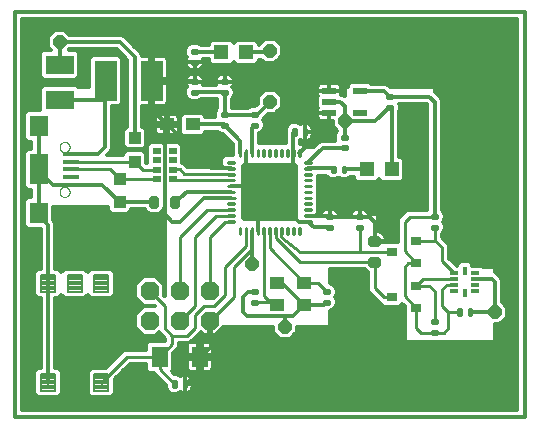
<source format=gtl>
G75*
%MOIN*%
%OFA0B0*%
%FSLAX25Y25*%
%IPPOS*%
%LPD*%
%AMOC8*
5,1,8,0,0,1.08239X$1,22.5*
%
%ADD10C,0.00800*%
%ADD11C,0.01200*%
%ADD12C,0.01800*%
%ADD13R,0.09449X0.06299*%
%ADD14C,0.02830*%
%ADD15R,0.05512X0.07087*%
%ADD16R,0.07480X0.13386*%
%ADD17R,0.03150X0.01181*%
%ADD18R,0.01181X0.03150*%
%ADD19R,0.05709X0.01575*%
%ADD20C,0.00000*%
%ADD21R,0.05906X0.07087*%
%ADD22R,0.05906X0.09843*%
%ADD23OC8,0.06140*%
%ADD24R,0.04724X0.04724*%
%ADD25R,0.04724X0.03937*%
%ADD26C,0.00827*%
%ADD27R,0.02559X0.01969*%
%ADD28C,0.00866*%
%ADD29C,0.01900*%
%ADD30R,0.04724X0.02165*%
%ADD31R,0.05118X0.04134*%
%ADD32R,0.03937X0.03937*%
%ADD33R,0.03543X0.03150*%
%ADD34C,0.01000*%
%ADD35OC8,0.04362*%
%ADD36C,0.04362*%
D10*
X0013346Y0001600D02*
X0178346Y0001600D01*
X0013346Y0001600D02*
X0013346Y0126600D01*
D11*
X0013346Y0001600D02*
X0183346Y0001600D01*
X0183346Y0136600D01*
X0013346Y0136600D01*
X0013346Y0001600D01*
X0015746Y0004000D02*
X0015746Y0071600D01*
X0016594Y0071600D01*
X0016594Y0065303D01*
X0017648Y0064249D01*
X0022088Y0064249D01*
X0022088Y0056600D01*
X0015746Y0056600D01*
X0015746Y0111600D01*
X0022332Y0111600D01*
X0021822Y0111090D01*
X0021822Y0103951D01*
X0017648Y0103951D01*
X0016594Y0102897D01*
X0016594Y0094319D01*
X0017648Y0093265D01*
X0018946Y0093265D01*
X0018946Y0090821D01*
X0017648Y0090821D01*
X0016594Y0089767D01*
X0016594Y0078433D01*
X0017648Y0077379D01*
X0018946Y0077379D01*
X0018946Y0074935D01*
X0017648Y0074935D01*
X0016594Y0073881D01*
X0016594Y0065303D01*
X0017648Y0064249D01*
X0022088Y0064249D01*
X0022088Y0051085D01*
X0021229Y0051085D01*
X0019932Y0049788D01*
X0019932Y0042482D01*
X0021229Y0041186D01*
X0022088Y0041186D01*
X0022088Y0018014D01*
X0021229Y0018014D01*
X0019932Y0016718D01*
X0019932Y0009412D01*
X0021229Y0008115D01*
X0027748Y0008115D01*
X0029044Y0009412D01*
X0029044Y0016718D01*
X0027748Y0018014D01*
X0026888Y0018014D01*
X0026888Y0041186D01*
X0027748Y0041186D01*
X0028917Y0042356D01*
X0030087Y0041186D01*
X0036606Y0041186D01*
X0037776Y0042356D01*
X0038945Y0041186D01*
X0045464Y0041186D01*
X0046761Y0042482D01*
X0046761Y0049788D01*
X0045464Y0051085D01*
X0038945Y0051085D01*
X0037776Y0049915D01*
X0036606Y0051085D01*
X0030087Y0051085D01*
X0028917Y0049915D01*
X0027748Y0051085D01*
X0026888Y0051085D01*
X0026888Y0065936D01*
X0026523Y0066818D01*
X0026099Y0067241D01*
X0026099Y0071600D01*
X0044578Y0071600D01*
X0044578Y0070449D01*
X0045632Y0069394D01*
X0051061Y0069394D01*
X0052115Y0070449D01*
X0052115Y0070763D01*
X0056670Y0070763D01*
X0056767Y0070528D01*
X0057672Y0069624D01*
X0058853Y0069135D01*
X0060840Y0069135D01*
X0062021Y0069624D01*
X0062926Y0070528D01*
X0063346Y0071545D01*
X0063346Y0041853D01*
X0063217Y0041983D01*
X0063217Y0045617D01*
X0060364Y0048470D01*
X0056329Y0048470D01*
X0053476Y0045617D01*
X0053476Y0041583D01*
X0056329Y0038730D01*
X0059964Y0038730D01*
X0060224Y0038470D01*
X0056329Y0038470D01*
X0053476Y0035617D01*
X0053476Y0031583D01*
X0056329Y0028730D01*
X0060364Y0028730D01*
X0061414Y0029780D01*
X0062394Y0028800D01*
X0063546Y0027647D01*
X0063546Y0026943D01*
X0058152Y0026943D01*
X0057098Y0025889D01*
X0057098Y0023900D01*
X0049787Y0023900D01*
X0043902Y0018014D01*
X0038945Y0018014D01*
X0037649Y0016718D01*
X0037649Y0009412D01*
X0038945Y0008115D01*
X0045464Y0008115D01*
X0046761Y0009412D01*
X0046761Y0014368D01*
X0051693Y0019300D01*
X0057098Y0019300D01*
X0057098Y0017311D01*
X0058152Y0016257D01*
X0059687Y0016257D01*
X0060701Y0015243D01*
X0063796Y0012147D01*
X0063796Y0011463D01*
X0064208Y0010471D01*
X0064967Y0009711D01*
X0065959Y0009300D01*
X0067234Y0009300D01*
X0068226Y0009711D01*
X0068505Y0009990D01*
X0068812Y0009785D01*
X0069267Y0009596D01*
X0069750Y0009500D01*
X0070096Y0009500D01*
X0070096Y0012600D01*
X0070096Y0015700D01*
X0069750Y0015700D01*
X0069267Y0015604D01*
X0068812Y0015415D01*
X0068505Y0015210D01*
X0068226Y0015489D01*
X0067234Y0015900D01*
X0066549Y0015900D01*
X0065674Y0016775D01*
X0066209Y0017311D01*
X0066209Y0022903D01*
X0068146Y0024840D01*
X0068146Y0026300D01*
X0071177Y0026300D01*
X0071003Y0026126D01*
X0070792Y0025761D01*
X0070683Y0025354D01*
X0070683Y0022200D01*
X0074439Y0022200D01*
X0074439Y0021000D01*
X0070683Y0021000D01*
X0070683Y0017846D01*
X0070792Y0017439D01*
X0071003Y0017074D01*
X0071301Y0016776D01*
X0071666Y0016566D01*
X0072073Y0016457D01*
X0074439Y0016457D01*
X0074439Y0021000D01*
X0075639Y0021000D01*
X0075639Y0016457D01*
X0078006Y0016457D01*
X0078413Y0016566D01*
X0078778Y0016776D01*
X0079076Y0017074D01*
X0079286Y0017439D01*
X0079395Y0017846D01*
X0079395Y0021000D01*
X0075639Y0021000D01*
X0075639Y0022200D01*
X0074439Y0022200D01*
X0074439Y0026743D01*
X0072242Y0026743D01*
X0073146Y0027647D01*
X0075421Y0029921D01*
X0076412Y0028930D01*
X0078011Y0028930D01*
X0078011Y0031600D01*
X0078681Y0031600D01*
X0078681Y0028930D01*
X0080281Y0028930D01*
X0082951Y0031600D01*
X0099365Y0031600D01*
X0099365Y0029951D01*
X0101697Y0027619D01*
X0104995Y0027619D01*
X0107328Y0029951D01*
X0107328Y0031600D01*
X0118346Y0031600D01*
X0118346Y0037050D01*
X0118484Y0037050D01*
X0119476Y0037461D01*
X0120235Y0038221D01*
X0120646Y0039213D01*
X0120646Y0040487D01*
X0120235Y0041479D01*
X0120115Y0041600D01*
X0120235Y0041721D01*
X0120646Y0042713D01*
X0120646Y0043987D01*
X0120235Y0044979D01*
X0119476Y0045739D01*
X0118484Y0046150D01*
X0118346Y0046150D01*
X0118346Y0050800D01*
X0129996Y0050800D01*
X0130775Y0050021D01*
X0131046Y0049908D01*
X0131046Y0043647D01*
X0134046Y0040647D01*
X0135394Y0039300D01*
X0135444Y0039300D01*
X0135444Y0039280D01*
X0136498Y0038225D01*
X0141533Y0038225D01*
X0142587Y0039280D01*
X0142587Y0039303D01*
X0143346Y0038544D01*
X0143346Y0026600D01*
X0173346Y0026600D01*
X0173346Y0032619D01*
X0174995Y0032619D01*
X0177328Y0034951D01*
X0177328Y0038249D01*
X0175746Y0039830D01*
X0175746Y0047077D01*
X0175381Y0047959D01*
X0174706Y0048635D01*
X0173722Y0049619D01*
X0173346Y0049774D01*
X0173346Y0051600D01*
X0169553Y0051600D01*
X0169210Y0051943D01*
X0165737Y0051943D01*
X0165737Y0052464D01*
X0164683Y0053518D01*
X0162010Y0053518D01*
X0160956Y0052464D01*
X0160956Y0051943D01*
X0160665Y0051943D01*
X0158146Y0054462D01*
X0158146Y0059053D01*
X0156799Y0060400D01*
X0155646Y0061553D01*
X0155646Y0062632D01*
X0156235Y0063221D01*
X0156646Y0064213D01*
X0156646Y0065487D01*
X0156235Y0066479D01*
X0156115Y0066600D01*
X0156235Y0066721D01*
X0156646Y0067713D01*
X0156646Y0068987D01*
X0156235Y0069979D01*
X0155746Y0070468D01*
X0155746Y0107077D01*
X0155381Y0107959D01*
X0154706Y0108635D01*
X0153346Y0109994D01*
X0153346Y0111600D01*
X0138491Y0111600D01*
X0137716Y0112375D01*
X0136834Y0112740D01*
X0132055Y0112740D01*
X0131572Y0113223D01*
X0125357Y0113223D01*
X0124302Y0112168D01*
X0124302Y0111600D01*
X0122191Y0111600D01*
X0123346Y0111600D01*
X0123346Y0108494D01*
X0123206Y0108635D01*
X0122324Y0109000D01*
X0122178Y0109000D01*
X0122191Y0109047D01*
X0122191Y0110340D01*
X0118228Y0110340D01*
X0114266Y0110340D01*
X0114266Y0109047D01*
X0114355Y0108717D01*
X0114066Y0108428D01*
X0114066Y0104772D01*
X0114355Y0104483D01*
X0114266Y0104153D01*
X0114266Y0102860D01*
X0118228Y0102860D01*
X0118228Y0102860D01*
X0114266Y0102860D01*
X0114266Y0101567D01*
X0114375Y0101160D01*
X0114586Y0100795D01*
X0114884Y0100497D01*
X0115249Y0100286D01*
X0115655Y0100177D01*
X0118228Y0100177D01*
X0118228Y0102860D01*
X0111356Y0102860D01*
X0110096Y0101600D01*
X0110096Y0110350D01*
X0118219Y0110350D01*
X0118228Y0110340D01*
X0118228Y0110340D01*
X0114266Y0110340D01*
X0114266Y0111600D01*
X0086115Y0111600D01*
X0086235Y0111479D01*
X0086646Y0110487D01*
X0086646Y0109213D01*
X0086235Y0108221D01*
X0085746Y0107732D01*
X0085746Y0104750D01*
X0091244Y0104750D01*
X0092209Y0105150D01*
X0093502Y0105150D01*
X0094365Y0106013D01*
X0094365Y0108249D01*
X0096697Y0110581D01*
X0099995Y0110581D01*
X0102328Y0108249D01*
X0102328Y0104951D01*
X0099995Y0102619D01*
X0097759Y0102619D01*
X0096500Y0101359D01*
X0096235Y0100721D01*
X0096115Y0100600D01*
X0096235Y0100479D01*
X0096646Y0099487D01*
X0096646Y0098213D01*
X0096235Y0097221D01*
X0095476Y0096461D01*
X0094841Y0096198D01*
X0094841Y0092770D01*
X0103820Y0092770D01*
X0103820Y0095405D01*
X0103796Y0095463D01*
X0103796Y0097737D01*
X0104208Y0098729D01*
X0104967Y0099489D01*
X0105959Y0099900D01*
X0107234Y0099900D01*
X0108226Y0099489D01*
X0108505Y0099210D01*
X0108812Y0099415D01*
X0109267Y0099604D01*
X0109750Y0099700D01*
X0110096Y0099700D01*
X0110096Y0096600D01*
X0110097Y0096600D01*
X0112696Y0096600D01*
X0110097Y0096600D01*
X0110097Y0096600D01*
X0110097Y0099700D01*
X0110443Y0099700D01*
X0110926Y0099604D01*
X0111381Y0099415D01*
X0111790Y0099142D01*
X0112138Y0098794D01*
X0112412Y0098384D01*
X0112600Y0097929D01*
X0112696Y0097446D01*
X0112696Y0096600D01*
X0112696Y0095754D01*
X0112600Y0095271D01*
X0112412Y0094816D01*
X0112138Y0094406D01*
X0111790Y0094058D01*
X0111381Y0093785D01*
X0110926Y0093596D01*
X0110443Y0093500D01*
X0110097Y0093500D01*
X0110097Y0096600D01*
X0110096Y0096600D01*
X0110096Y0093500D01*
X0109750Y0093500D01*
X0109267Y0093596D01*
X0108812Y0093785D01*
X0108620Y0093913D01*
X0108620Y0092555D01*
X0109082Y0092432D01*
X0109546Y0092164D01*
X0109924Y0091785D01*
X0110031Y0091600D01*
X0113004Y0091600D01*
X0114788Y0093385D01*
X0115670Y0093750D01*
X0120238Y0093750D01*
X0120046Y0094213D01*
X0120046Y0095487D01*
X0120458Y0096479D01*
X0120897Y0096919D01*
X0119365Y0098451D01*
X0119365Y0100177D01*
X0118228Y0100177D01*
X0118228Y0102860D01*
X0118228Y0102860D01*
X0118228Y0102275D02*
X0118228Y0102275D01*
X0118228Y0101076D02*
X0118228Y0101076D01*
X0119365Y0099878D02*
X0107287Y0099878D01*
X0105906Y0099878D02*
X0096485Y0099878D01*
X0096383Y0101076D02*
X0114423Y0101076D01*
X0114266Y0102275D02*
X0097416Y0102275D01*
X0100850Y0103473D02*
X0114266Y0103473D01*
X0114166Y0104672D02*
X0102049Y0104672D01*
X0102328Y0105870D02*
X0114066Y0105870D01*
X0114066Y0107069D02*
X0102328Y0107069D01*
X0102309Y0108268D02*
X0114066Y0108268D01*
X0114266Y0109466D02*
X0101111Y0109466D01*
X0098346Y0106600D02*
X0094096Y0102350D01*
X0093346Y0102350D01*
X0083346Y0102350D01*
X0083346Y0109850D01*
X0073346Y0109850D01*
X0072209Y0107050D02*
X0074484Y0107050D01*
X0075449Y0107450D01*
X0080946Y0107450D01*
X0080946Y0104468D01*
X0080458Y0103979D01*
X0080046Y0102987D01*
X0080046Y0101713D01*
X0080135Y0101500D01*
X0076839Y0101500D01*
X0076839Y0101814D01*
X0075785Y0102868D01*
X0069569Y0102868D01*
X0068515Y0101814D01*
X0068515Y0096386D01*
X0069569Y0095331D01*
X0075785Y0095331D01*
X0076839Y0096386D01*
X0076839Y0096700D01*
X0080978Y0096700D01*
X0081217Y0096461D01*
X0082209Y0096050D01*
X0082752Y0096050D01*
X0086104Y0092698D01*
X0086104Y0089016D01*
X0086163Y0088875D01*
X0086163Y0088784D01*
X0083484Y0088784D01*
X0082176Y0087476D01*
X0082176Y0085409D01*
X0082452Y0085133D01*
X0082376Y0084850D01*
X0082376Y0084805D01*
X0070894Y0084805D01*
X0070646Y0085053D01*
X0069299Y0086400D01*
X0069083Y0086400D01*
X0069083Y0092054D01*
X0068029Y0093109D01*
X0063979Y0093109D01*
X0063346Y0092476D01*
X0062714Y0093109D01*
X0058664Y0093109D01*
X0057609Y0092054D01*
X0057609Y0086325D01*
X0057115Y0086325D01*
X0057115Y0089377D01*
X0056061Y0090431D01*
X0050632Y0090431D01*
X0049578Y0089377D01*
X0049578Y0088963D01*
X0044104Y0088963D01*
X0044706Y0089565D01*
X0045381Y0090241D01*
X0045746Y0091123D01*
X0045746Y0105107D01*
X0048155Y0105107D01*
X0049209Y0106161D01*
X0049209Y0111600D01*
X0050946Y0111600D01*
X0050946Y0098305D01*
X0050632Y0098305D01*
X0049578Y0097251D01*
X0049578Y0091823D01*
X0050632Y0090769D01*
X0056061Y0090769D01*
X0057115Y0091823D01*
X0057115Y0097251D01*
X0056061Y0098305D01*
X0055746Y0098305D01*
X0055746Y0105307D01*
X0058424Y0105307D01*
X0058424Y0111600D01*
X0059624Y0111600D01*
X0059624Y0105307D01*
X0062974Y0105307D01*
X0063381Y0105416D01*
X0063746Y0105627D01*
X0064044Y0105925D01*
X0064255Y0106290D01*
X0064364Y0106696D01*
X0064364Y0111600D01*
X0070578Y0111600D01*
X0070458Y0111479D01*
X0070046Y0110487D01*
X0070046Y0109213D01*
X0070458Y0108221D01*
X0071217Y0107461D01*
X0072209Y0107050D01*
X0072164Y0107069D02*
X0064364Y0107069D01*
X0064364Y0108268D02*
X0070438Y0108268D01*
X0070046Y0109466D02*
X0064364Y0109466D01*
X0064364Y0110665D02*
X0070120Y0110665D01*
X0070578Y0111600D02*
X0064364Y0111600D01*
X0064364Y0113000D01*
X0059624Y0113000D01*
X0059624Y0114200D01*
X0064364Y0114200D01*
X0064364Y0120504D01*
X0064255Y0120910D01*
X0064044Y0121275D01*
X0063746Y0121573D01*
X0063381Y0121784D01*
X0062974Y0121893D01*
X0059624Y0121893D01*
X0059624Y0114200D01*
X0058424Y0114200D01*
X0058424Y0121893D01*
X0055746Y0121893D01*
X0055746Y0122077D01*
X0055381Y0122959D01*
X0050381Y0127959D01*
X0049706Y0128635D01*
X0048824Y0129000D01*
X0031577Y0129000D01*
X0029995Y0130581D01*
X0026697Y0130581D01*
X0024365Y0128249D01*
X0024365Y0124951D01*
X0025361Y0123955D01*
X0022876Y0123955D01*
X0021822Y0122901D01*
X0021822Y0115110D01*
X0022876Y0114056D01*
X0033816Y0114056D01*
X0034871Y0115110D01*
X0034871Y0122901D01*
X0033816Y0123955D01*
X0031332Y0123955D01*
X0031577Y0124200D01*
X0047352Y0124200D01*
X0050946Y0120606D01*
X0050946Y0111600D01*
X0049209Y0111600D01*
X0049209Y0121038D01*
X0048155Y0122093D01*
X0039184Y0122093D01*
X0038129Y0121038D01*
X0038129Y0111600D01*
X0034361Y0111600D01*
X0033816Y0112144D01*
X0022876Y0112144D01*
X0022332Y0111600D01*
X0015746Y0111600D01*
X0015746Y0134200D01*
X0180946Y0134200D01*
X0180946Y0004000D01*
X0015746Y0004000D01*
X0015746Y0005196D02*
X0180946Y0005196D01*
X0180946Y0006394D02*
X0015746Y0006394D01*
X0015746Y0007593D02*
X0180946Y0007593D01*
X0180946Y0008791D02*
X0046140Y0008791D01*
X0046761Y0009990D02*
X0064688Y0009990D01*
X0063910Y0011188D02*
X0046761Y0011188D01*
X0046761Y0012387D02*
X0063557Y0012387D01*
X0062359Y0013585D02*
X0046761Y0013585D01*
X0047176Y0014784D02*
X0061160Y0014784D01*
X0060701Y0015243D02*
X0060701Y0015243D01*
X0059962Y0015982D02*
X0048375Y0015982D01*
X0049573Y0017181D02*
X0057228Y0017181D01*
X0057098Y0018379D02*
X0050772Y0018379D01*
X0047862Y0021975D02*
X0026888Y0021975D01*
X0026888Y0023173D02*
X0049061Y0023173D01*
X0046664Y0020776D02*
X0026888Y0020776D01*
X0026888Y0019578D02*
X0045465Y0019578D01*
X0044267Y0018379D02*
X0026888Y0018379D01*
X0028581Y0017181D02*
X0038112Y0017181D01*
X0037649Y0015982D02*
X0029044Y0015982D01*
X0029044Y0014784D02*
X0037649Y0014784D01*
X0037649Y0013585D02*
X0029044Y0013585D01*
X0029044Y0012387D02*
X0037649Y0012387D01*
X0037649Y0011188D02*
X0029044Y0011188D01*
X0029044Y0009990D02*
X0037649Y0009990D01*
X0038269Y0008791D02*
X0028424Y0008791D01*
X0024488Y0013065D02*
X0024488Y0046135D01*
X0024488Y0065458D01*
X0021346Y0068600D01*
X0021346Y0069592D01*
X0021346Y0079600D01*
X0023346Y0081600D01*
X0021346Y0083600D01*
X0021346Y0084100D01*
X0021346Y0098608D01*
X0016594Y0098679D02*
X0015746Y0098679D01*
X0015746Y0097481D02*
X0016594Y0097481D01*
X0016594Y0096282D02*
X0015746Y0096282D01*
X0015746Y0095084D02*
X0016594Y0095084D01*
X0017027Y0093885D02*
X0015746Y0093885D01*
X0015746Y0092687D02*
X0018946Y0092687D01*
X0018946Y0091488D02*
X0015746Y0091488D01*
X0015746Y0090290D02*
X0017117Y0090290D01*
X0016594Y0089091D02*
X0015746Y0089091D01*
X0015746Y0087893D02*
X0016594Y0087893D01*
X0016594Y0086694D02*
X0015746Y0086694D01*
X0015746Y0085496D02*
X0016594Y0085496D01*
X0016594Y0084297D02*
X0015746Y0084297D01*
X0015746Y0083099D02*
X0016594Y0083099D01*
X0016594Y0081900D02*
X0015746Y0081900D01*
X0015746Y0080702D02*
X0016594Y0080702D01*
X0016594Y0079503D02*
X0015746Y0079503D01*
X0015746Y0078305D02*
X0016722Y0078305D01*
X0015746Y0077106D02*
X0018946Y0077106D01*
X0018946Y0075908D02*
X0015746Y0075908D01*
X0015746Y0074709D02*
X0017422Y0074709D01*
X0016594Y0073511D02*
X0015746Y0073511D01*
X0015746Y0072312D02*
X0016594Y0072312D01*
X0016594Y0071114D02*
X0015746Y0071114D01*
X0016594Y0071114D01*
X0016594Y0069915D02*
X0015746Y0069915D01*
X0016594Y0069915D01*
X0016594Y0068717D02*
X0015746Y0068717D01*
X0016594Y0068717D01*
X0016594Y0067518D02*
X0015746Y0067518D01*
X0016594Y0067518D01*
X0016594Y0066320D02*
X0015746Y0066320D01*
X0016594Y0066320D01*
X0016776Y0065121D02*
X0015746Y0065121D01*
X0016776Y0065121D01*
X0015746Y0063923D02*
X0022088Y0063923D01*
X0015746Y0063923D01*
X0015746Y0062724D02*
X0022088Y0062724D01*
X0015746Y0062724D01*
X0015746Y0061526D02*
X0022088Y0061526D01*
X0015746Y0061526D01*
X0015746Y0060327D02*
X0022088Y0060327D01*
X0015746Y0060327D01*
X0015746Y0059129D02*
X0022088Y0059129D01*
X0015746Y0059129D01*
X0015746Y0057930D02*
X0022088Y0057930D01*
X0015746Y0057930D01*
X0015746Y0056732D02*
X0022088Y0056732D01*
X0015746Y0056732D01*
X0015746Y0055533D02*
X0022088Y0055533D01*
X0022088Y0054334D02*
X0015746Y0054334D01*
X0015746Y0053136D02*
X0022088Y0053136D01*
X0022088Y0051937D02*
X0015746Y0051937D01*
X0015746Y0050739D02*
X0020883Y0050739D01*
X0019932Y0049540D02*
X0015746Y0049540D01*
X0015746Y0048342D02*
X0019932Y0048342D01*
X0019932Y0047143D02*
X0015746Y0047143D01*
X0015746Y0045945D02*
X0019932Y0045945D01*
X0019932Y0044746D02*
X0015746Y0044746D01*
X0015746Y0043548D02*
X0019932Y0043548D01*
X0020065Y0042349D02*
X0015746Y0042349D01*
X0015746Y0041151D02*
X0022088Y0041151D01*
X0022088Y0039952D02*
X0015746Y0039952D01*
X0015746Y0038754D02*
X0022088Y0038754D01*
X0022088Y0037555D02*
X0015746Y0037555D01*
X0015746Y0036357D02*
X0022088Y0036357D01*
X0022088Y0035158D02*
X0015746Y0035158D01*
X0015746Y0033960D02*
X0022088Y0033960D01*
X0022088Y0032761D02*
X0015746Y0032761D01*
X0015746Y0031563D02*
X0022088Y0031563D01*
X0022088Y0030364D02*
X0015746Y0030364D01*
X0015746Y0029166D02*
X0022088Y0029166D01*
X0022088Y0027967D02*
X0015746Y0027967D01*
X0015746Y0026769D02*
X0022088Y0026769D01*
X0022088Y0025570D02*
X0015746Y0025570D01*
X0015746Y0024372D02*
X0022088Y0024372D01*
X0022088Y0023173D02*
X0015746Y0023173D01*
X0015746Y0021975D02*
X0022088Y0021975D01*
X0022088Y0020776D02*
X0015746Y0020776D01*
X0015746Y0019578D02*
X0022088Y0019578D01*
X0022088Y0018379D02*
X0015746Y0018379D01*
X0015746Y0017181D02*
X0020395Y0017181D01*
X0019932Y0015982D02*
X0015746Y0015982D01*
X0015746Y0014784D02*
X0019932Y0014784D01*
X0019932Y0013585D02*
X0015746Y0013585D01*
X0015746Y0012387D02*
X0019932Y0012387D01*
X0019932Y0011188D02*
X0015746Y0011188D01*
X0015746Y0009990D02*
X0019932Y0009990D01*
X0020553Y0008791D02*
X0015746Y0008791D01*
X0026888Y0024372D02*
X0057098Y0024372D01*
X0057098Y0025570D02*
X0026888Y0025570D01*
X0026888Y0026769D02*
X0057977Y0026769D01*
X0055893Y0029166D02*
X0026888Y0029166D01*
X0026888Y0030364D02*
X0054695Y0030364D01*
X0053496Y0031563D02*
X0026888Y0031563D01*
X0026888Y0032761D02*
X0053476Y0032761D01*
X0053476Y0033960D02*
X0026888Y0033960D01*
X0026888Y0035158D02*
X0053476Y0035158D01*
X0054216Y0036357D02*
X0026888Y0036357D01*
X0026888Y0037555D02*
X0055414Y0037555D01*
X0056305Y0038754D02*
X0026888Y0038754D01*
X0026888Y0039952D02*
X0055107Y0039952D01*
X0053908Y0041151D02*
X0026888Y0041151D01*
X0028911Y0042349D02*
X0028924Y0042349D01*
X0037769Y0042349D02*
X0037782Y0042349D01*
X0046628Y0042349D02*
X0053476Y0042349D01*
X0053476Y0043548D02*
X0046761Y0043548D01*
X0046761Y0044746D02*
X0053476Y0044746D01*
X0053804Y0045945D02*
X0046761Y0045945D01*
X0046761Y0047143D02*
X0055003Y0047143D01*
X0056201Y0048342D02*
X0046761Y0048342D01*
X0046761Y0049540D02*
X0063346Y0049540D01*
X0063346Y0048342D02*
X0060492Y0048342D01*
X0061690Y0047143D02*
X0063346Y0047143D01*
X0063346Y0045945D02*
X0062889Y0045945D01*
X0063217Y0044746D02*
X0063346Y0044746D01*
X0063346Y0043548D02*
X0063217Y0043548D01*
X0063217Y0042349D02*
X0063346Y0042349D01*
X0063346Y0050739D02*
X0045810Y0050739D01*
X0038599Y0050739D02*
X0036952Y0050739D01*
X0029741Y0050739D02*
X0028094Y0050739D01*
X0026888Y0051937D02*
X0063346Y0051937D01*
X0063346Y0053136D02*
X0026888Y0053136D01*
X0026888Y0054334D02*
X0063346Y0054334D01*
X0063346Y0055533D02*
X0026888Y0055533D01*
X0026888Y0056732D02*
X0063346Y0056732D01*
X0063346Y0057930D02*
X0026888Y0057930D01*
X0026888Y0059129D02*
X0063346Y0059129D01*
X0063346Y0060327D02*
X0026888Y0060327D01*
X0026888Y0061526D02*
X0063346Y0061526D01*
X0063346Y0062724D02*
X0026888Y0062724D01*
X0026888Y0063923D02*
X0063346Y0063923D01*
X0063346Y0065121D02*
X0026888Y0065121D01*
X0026729Y0066320D02*
X0063346Y0066320D01*
X0063346Y0067518D02*
X0026099Y0067518D01*
X0026099Y0068717D02*
X0063346Y0068717D01*
X0063346Y0069100D02*
X0063346Y0099100D01*
X0064016Y0099100D01*
X0078642Y0084474D01*
X0085453Y0084474D01*
X0082176Y0085496D02*
X0070203Y0085496D01*
X0069083Y0086694D02*
X0082176Y0086694D01*
X0082593Y0087893D02*
X0069083Y0087893D01*
X0069083Y0089091D02*
X0086104Y0089091D01*
X0086104Y0090290D02*
X0069083Y0090290D01*
X0069083Y0091488D02*
X0086104Y0091488D01*
X0086104Y0092687D02*
X0068451Y0092687D01*
X0066996Y0095641D02*
X0067360Y0095851D01*
X0067658Y0096149D01*
X0067869Y0096514D01*
X0067978Y0096921D01*
X0067978Y0098716D01*
X0064400Y0098716D01*
X0064400Y0099484D01*
X0067978Y0099484D01*
X0067978Y0101279D01*
X0067869Y0101686D01*
X0067658Y0102051D01*
X0067360Y0102349D01*
X0066996Y0102559D01*
X0066589Y0102668D01*
X0064400Y0102668D01*
X0064400Y0099484D01*
X0063631Y0099484D01*
X0063631Y0098716D01*
X0060054Y0098716D01*
X0060054Y0096921D01*
X0060163Y0096514D01*
X0060373Y0096149D01*
X0060671Y0095851D01*
X0061036Y0095641D01*
X0061443Y0095531D01*
X0063631Y0095531D01*
X0063631Y0098716D01*
X0064400Y0098716D01*
X0064400Y0095531D01*
X0066589Y0095531D01*
X0066996Y0095641D01*
X0067735Y0096282D02*
X0068618Y0096282D01*
X0068515Y0097481D02*
X0067978Y0097481D01*
X0067978Y0098679D02*
X0068515Y0098679D01*
X0068515Y0099878D02*
X0067978Y0099878D01*
X0067978Y0101076D02*
X0068515Y0101076D01*
X0068976Y0102275D02*
X0067434Y0102275D01*
X0064400Y0102275D02*
X0063631Y0102275D01*
X0063631Y0102668D02*
X0061443Y0102668D01*
X0061036Y0102559D01*
X0060671Y0102349D01*
X0060373Y0102051D01*
X0060163Y0101686D01*
X0060054Y0101279D01*
X0060054Y0099484D01*
X0063631Y0099484D01*
X0063631Y0102668D01*
X0063631Y0101076D02*
X0064400Y0101076D01*
X0064400Y0099878D02*
X0063631Y0099878D01*
X0064016Y0099100D02*
X0059024Y0104092D01*
X0059024Y0113600D01*
X0073096Y0113600D01*
X0073346Y0113350D01*
X0070246Y0113350D01*
X0070246Y0113004D01*
X0070343Y0112521D01*
X0070531Y0112066D01*
X0070736Y0111758D01*
X0070578Y0111600D01*
X0070666Y0111863D02*
X0064364Y0111863D01*
X0064364Y0114260D02*
X0070376Y0114260D01*
X0070343Y0114179D02*
X0070246Y0113696D01*
X0070246Y0113350D01*
X0073346Y0113350D01*
X0073346Y0113350D01*
X0073346Y0115950D01*
X0072500Y0115950D01*
X0072017Y0115854D01*
X0071562Y0115665D01*
X0071153Y0115392D01*
X0070805Y0115044D01*
X0070531Y0114634D01*
X0070343Y0114179D01*
X0070246Y0113062D02*
X0059624Y0113062D01*
X0059624Y0114260D02*
X0058424Y0114260D01*
X0058424Y0115459D02*
X0059624Y0115459D01*
X0059624Y0116657D02*
X0058424Y0116657D01*
X0058424Y0117856D02*
X0059624Y0117856D01*
X0059624Y0119054D02*
X0058424Y0119054D01*
X0058424Y0120253D02*
X0059624Y0120253D01*
X0059624Y0121451D02*
X0058424Y0121451D01*
X0055509Y0122650D02*
X0070073Y0122650D01*
X0070046Y0122713D02*
X0070458Y0121721D01*
X0070736Y0121442D01*
X0070531Y0121134D01*
X0070343Y0120679D01*
X0070246Y0120196D01*
X0070246Y0119850D01*
X0070246Y0119504D01*
X0070343Y0119021D01*
X0070531Y0118566D01*
X0070805Y0118156D01*
X0071153Y0117808D01*
X0071562Y0117535D01*
X0072017Y0117346D01*
X0072500Y0117250D01*
X0073346Y0117250D01*
X0073346Y0119850D01*
X0070246Y0119850D01*
X0073346Y0119850D01*
X0073346Y0119850D01*
X0073347Y0119850D01*
X0076446Y0119850D01*
X0076446Y0120196D01*
X0076350Y0120679D01*
X0076238Y0120950D01*
X0078050Y0120950D01*
X0078050Y0119992D01*
X0079105Y0118938D01*
X0085320Y0118938D01*
X0086346Y0119964D01*
X0087373Y0118938D01*
X0093588Y0118938D01*
X0094643Y0119992D01*
X0094643Y0120700D01*
X0095616Y0120700D01*
X0096697Y0119619D01*
X0099995Y0119619D01*
X0102328Y0121951D01*
X0102328Y0125249D01*
X0099995Y0127581D01*
X0096697Y0127581D01*
X0094643Y0125526D01*
X0094643Y0126208D01*
X0093588Y0127262D01*
X0087373Y0127262D01*
X0086346Y0126236D01*
X0085320Y0127262D01*
X0079105Y0127262D01*
X0078050Y0126208D01*
X0078050Y0125750D01*
X0075449Y0125750D01*
X0074484Y0126150D01*
X0072209Y0126150D01*
X0071217Y0125739D01*
X0070458Y0124979D01*
X0070046Y0123987D01*
X0070046Y0122713D01*
X0070046Y0123848D02*
X0054492Y0123848D01*
X0053294Y0125047D02*
X0070525Y0125047D01*
X0073346Y0123350D02*
X0081963Y0123350D01*
X0082213Y0123100D01*
X0078050Y0120253D02*
X0076435Y0120253D01*
X0076446Y0119850D02*
X0073347Y0119850D01*
X0073347Y0119850D01*
X0073347Y0117250D01*
X0074193Y0117250D01*
X0074676Y0117346D01*
X0075131Y0117535D01*
X0075540Y0117808D01*
X0075888Y0118156D01*
X0076162Y0118566D01*
X0076350Y0119021D01*
X0076446Y0119504D01*
X0076446Y0119850D01*
X0076357Y0119054D02*
X0078988Y0119054D01*
X0075588Y0117856D02*
X0180946Y0117856D01*
X0180946Y0119054D02*
X0093704Y0119054D01*
X0094643Y0120253D02*
X0096064Y0120253D01*
X0097846Y0123100D02*
X0098346Y0123600D01*
X0097846Y0123100D02*
X0090480Y0123100D01*
X0086356Y0126245D02*
X0086337Y0126245D01*
X0094605Y0126245D02*
X0095362Y0126245D01*
X0096560Y0127444D02*
X0050897Y0127444D01*
X0052095Y0126245D02*
X0078088Y0126245D01*
X0070727Y0121451D02*
X0063868Y0121451D01*
X0064364Y0120253D02*
X0070258Y0120253D01*
X0070336Y0119054D02*
X0064364Y0119054D01*
X0064364Y0117856D02*
X0071105Y0117856D01*
X0073346Y0117856D02*
X0073347Y0117856D01*
X0073346Y0119054D02*
X0073347Y0119054D01*
X0073346Y0119850D02*
X0073346Y0113350D01*
X0073347Y0113350D01*
X0076446Y0113350D01*
X0076446Y0113696D01*
X0076350Y0114179D01*
X0076162Y0114634D01*
X0075888Y0115044D01*
X0075540Y0115392D01*
X0075131Y0115665D01*
X0074676Y0115854D01*
X0074193Y0115950D01*
X0073347Y0115950D01*
X0073347Y0113350D01*
X0073347Y0113350D01*
X0076446Y0113350D01*
X0076446Y0113004D01*
X0076350Y0112521D01*
X0076238Y0112250D01*
X0080455Y0112250D01*
X0080343Y0112521D01*
X0080246Y0113004D01*
X0080246Y0113350D01*
X0083346Y0113350D01*
X0083346Y0113350D01*
X0080246Y0113350D01*
X0080246Y0113696D01*
X0080343Y0114179D01*
X0080531Y0114634D01*
X0080805Y0115044D01*
X0081153Y0115392D01*
X0081562Y0115665D01*
X0082017Y0115854D01*
X0082500Y0115950D01*
X0083346Y0115950D01*
X0083346Y0113350D01*
X0083347Y0113350D01*
X0086446Y0113350D01*
X0086446Y0113696D01*
X0086350Y0114179D01*
X0086162Y0114634D01*
X0085888Y0115044D01*
X0085540Y0115392D01*
X0085131Y0115665D01*
X0084676Y0115854D01*
X0084193Y0115950D01*
X0083347Y0115950D01*
X0083347Y0113350D01*
X0083347Y0113350D01*
X0086446Y0113350D01*
X0086446Y0113004D01*
X0086350Y0112521D01*
X0086162Y0112066D01*
X0085956Y0111758D01*
X0086115Y0111600D01*
X0114266Y0111600D01*
X0114266Y0111633D01*
X0114375Y0112040D01*
X0114586Y0112405D01*
X0114884Y0112703D01*
X0115249Y0112914D01*
X0115655Y0113023D01*
X0118228Y0113023D01*
X0118228Y0111600D01*
X0118228Y0111600D01*
X0118228Y0113023D01*
X0120801Y0113023D01*
X0121208Y0112914D01*
X0121573Y0112703D01*
X0121871Y0112405D01*
X0122082Y0112040D01*
X0122191Y0111633D01*
X0122191Y0111600D01*
X0122191Y0110340D01*
X0118228Y0110340D01*
X0118228Y0110340D01*
X0118228Y0111863D02*
X0118228Y0111863D01*
X0114328Y0111863D02*
X0086026Y0111863D01*
X0086446Y0113062D02*
X0125195Y0113062D01*
X0124302Y0111863D02*
X0122129Y0111863D01*
X0122191Y0110665D02*
X0123346Y0110665D01*
X0123346Y0109466D02*
X0122191Y0109466D01*
X0121846Y0106600D02*
X0118228Y0106600D01*
X0121846Y0106600D02*
X0123346Y0105100D01*
X0123346Y0100100D01*
X0133596Y0100100D01*
X0138346Y0104850D01*
X0138980Y0104216D01*
X0138980Y0084100D01*
X0143143Y0084297D02*
X0150946Y0084297D01*
X0150946Y0083099D02*
X0143143Y0083099D01*
X0143143Y0081900D02*
X0150946Y0081900D01*
X0150946Y0080702D02*
X0142852Y0080702D01*
X0143143Y0080992D02*
X0143143Y0087208D01*
X0142088Y0088262D01*
X0141380Y0088262D01*
X0141380Y0103570D01*
X0141646Y0104213D01*
X0141646Y0105487D01*
X0141455Y0105950D01*
X0150602Y0105950D01*
X0150946Y0105606D01*
X0150946Y0070650D01*
X0144144Y0070650D01*
X0142394Y0068900D01*
X0141046Y0067553D01*
X0141046Y0059975D01*
X0136498Y0059975D01*
X0136339Y0059816D01*
X0134346Y0059816D01*
X0134346Y0060384D01*
X0137112Y0060384D01*
X0137112Y0060751D01*
X0136996Y0061333D01*
X0136769Y0061882D01*
X0136439Y0062376D01*
X0136019Y0062795D01*
X0135525Y0063125D01*
X0134976Y0063353D01*
X0134394Y0063468D01*
X0134346Y0063468D01*
X0134346Y0069100D01*
X0131366Y0069100D01*
X0131350Y0069179D01*
X0131162Y0069634D01*
X0130888Y0070044D01*
X0130540Y0070392D01*
X0130131Y0070665D01*
X0129676Y0070854D01*
X0129193Y0070950D01*
X0128347Y0070950D01*
X0128347Y0069100D01*
X0128346Y0069100D01*
X0128346Y0070950D01*
X0127500Y0070950D01*
X0127017Y0070854D01*
X0126562Y0070665D01*
X0126153Y0070392D01*
X0125805Y0070044D01*
X0125531Y0069634D01*
X0125343Y0069179D01*
X0125327Y0069100D01*
X0121366Y0069100D01*
X0121350Y0069179D01*
X0121162Y0069634D01*
X0120888Y0070044D01*
X0120540Y0070392D01*
X0120131Y0070665D01*
X0119676Y0070854D01*
X0119193Y0070950D01*
X0118347Y0070950D01*
X0118347Y0069100D01*
X0118346Y0069100D01*
X0118346Y0070950D01*
X0117500Y0070950D01*
X0117017Y0070854D01*
X0116562Y0070665D01*
X0116153Y0070392D01*
X0115805Y0070044D01*
X0115531Y0069634D01*
X0115343Y0069179D01*
X0115327Y0069100D01*
X0114317Y0069100D01*
X0114317Y0069102D01*
X0114241Y0069385D01*
X0114517Y0069661D01*
X0114517Y0082074D01*
X0117165Y0082074D01*
X0117208Y0081971D01*
X0117967Y0081211D01*
X0118959Y0080800D01*
X0120234Y0080800D01*
X0121226Y0081211D01*
X0121346Y0081332D01*
X0121467Y0081211D01*
X0122459Y0080800D01*
X0123734Y0080800D01*
X0124726Y0081211D01*
X0125215Y0081700D01*
X0126550Y0081700D01*
X0126550Y0080992D01*
X0127605Y0079938D01*
X0133820Y0079938D01*
X0134846Y0080964D01*
X0135873Y0079938D01*
X0142088Y0079938D01*
X0143143Y0080992D01*
X0143143Y0085496D02*
X0150946Y0085496D01*
X0150946Y0086694D02*
X0143143Y0086694D01*
X0142457Y0087893D02*
X0150946Y0087893D01*
X0150946Y0089091D02*
X0141380Y0089091D01*
X0141380Y0090290D02*
X0150946Y0090290D01*
X0150946Y0091488D02*
X0141380Y0091488D01*
X0141380Y0092687D02*
X0150946Y0092687D01*
X0150946Y0093885D02*
X0141380Y0093885D01*
X0141380Y0095084D02*
X0150946Y0095084D01*
X0150946Y0096282D02*
X0141380Y0096282D01*
X0141380Y0097481D02*
X0150946Y0097481D01*
X0150946Y0098679D02*
X0141380Y0098679D01*
X0141380Y0099878D02*
X0150946Y0099878D01*
X0150946Y0101076D02*
X0141380Y0101076D01*
X0141380Y0102275D02*
X0150946Y0102275D01*
X0150946Y0103473D02*
X0141380Y0103473D01*
X0141646Y0104672D02*
X0150946Y0104672D01*
X0150682Y0105870D02*
X0141488Y0105870D01*
X0138346Y0108350D02*
X0151596Y0108350D01*
X0153346Y0106600D01*
X0153346Y0068350D01*
X0156262Y0069915D02*
X0180946Y0069915D01*
X0180946Y0068717D02*
X0156646Y0068717D01*
X0156566Y0067518D02*
X0180946Y0067518D01*
X0180946Y0066320D02*
X0156302Y0066320D01*
X0156646Y0065121D02*
X0180946Y0065121D01*
X0180946Y0063923D02*
X0156526Y0063923D01*
X0155739Y0062724D02*
X0180946Y0062724D01*
X0180946Y0061526D02*
X0155674Y0061526D01*
X0156872Y0060327D02*
X0180946Y0060327D01*
X0180946Y0059129D02*
X0158071Y0059129D01*
X0158146Y0057930D02*
X0180946Y0057930D01*
X0180946Y0056732D02*
X0158146Y0056732D01*
X0158146Y0055533D02*
X0180946Y0055533D01*
X0180946Y0054334D02*
X0158274Y0054334D01*
X0159473Y0053136D02*
X0161628Y0053136D01*
X0165065Y0053136D02*
X0180946Y0053136D01*
X0180946Y0051937D02*
X0169216Y0051937D01*
X0173346Y0050739D02*
X0180946Y0050739D01*
X0180946Y0049540D02*
X0173800Y0049540D01*
X0174999Y0048342D02*
X0180946Y0048342D01*
X0180946Y0047143D02*
X0175719Y0047143D01*
X0175746Y0045945D02*
X0180946Y0045945D01*
X0180946Y0044746D02*
X0175746Y0044746D01*
X0175746Y0043548D02*
X0180946Y0043548D01*
X0180946Y0042349D02*
X0175746Y0042349D01*
X0175746Y0041151D02*
X0180946Y0041151D01*
X0180946Y0039952D02*
X0175746Y0039952D01*
X0176823Y0038754D02*
X0180946Y0038754D01*
X0180946Y0037555D02*
X0177328Y0037555D01*
X0177328Y0036357D02*
X0180946Y0036357D01*
X0180946Y0035158D02*
X0177328Y0035158D01*
X0176336Y0033960D02*
X0180946Y0033960D01*
X0180946Y0032761D02*
X0175138Y0032761D01*
X0173346Y0031563D02*
X0180946Y0031563D01*
X0180946Y0030364D02*
X0173346Y0030364D01*
X0173346Y0029166D02*
X0180946Y0029166D01*
X0180946Y0027967D02*
X0173346Y0027967D01*
X0173346Y0026769D02*
X0180946Y0026769D01*
X0180946Y0025570D02*
X0079337Y0025570D01*
X0079286Y0025761D02*
X0079076Y0026126D01*
X0078778Y0026424D01*
X0078413Y0026634D01*
X0078006Y0026743D01*
X0075639Y0026743D01*
X0075639Y0022200D01*
X0079395Y0022200D01*
X0079395Y0025354D01*
X0079286Y0025761D01*
X0079395Y0024372D02*
X0180946Y0024372D01*
X0180946Y0023173D02*
X0079395Y0023173D01*
X0079395Y0020776D02*
X0180946Y0020776D01*
X0180946Y0019578D02*
X0079395Y0019578D01*
X0079395Y0018379D02*
X0180946Y0018379D01*
X0180946Y0017181D02*
X0079137Y0017181D01*
X0075639Y0017181D02*
X0074439Y0017181D01*
X0074439Y0018379D02*
X0075639Y0018379D01*
X0075639Y0019578D02*
X0074439Y0019578D01*
X0074439Y0020776D02*
X0075639Y0020776D01*
X0075639Y0021975D02*
X0180946Y0021975D01*
X0180946Y0015982D02*
X0066467Y0015982D01*
X0066079Y0017181D02*
X0070942Y0017181D01*
X0070683Y0018379D02*
X0066209Y0018379D01*
X0066209Y0019578D02*
X0070683Y0019578D01*
X0070683Y0020776D02*
X0066209Y0020776D01*
X0066209Y0021975D02*
X0074439Y0021975D01*
X0074439Y0023173D02*
X0075639Y0023173D01*
X0075639Y0024372D02*
X0074439Y0024372D01*
X0074439Y0025570D02*
X0075639Y0025570D01*
X0073466Y0027967D02*
X0101349Y0027967D01*
X0100151Y0029166D02*
X0080517Y0029166D01*
X0081715Y0030364D02*
X0099365Y0030364D01*
X0099365Y0031563D02*
X0082914Y0031563D01*
X0078681Y0031563D02*
X0078011Y0031563D01*
X0078011Y0030364D02*
X0078681Y0030364D01*
X0078681Y0029166D02*
X0078011Y0029166D01*
X0076176Y0029166D02*
X0074665Y0029166D01*
X0072268Y0026769D02*
X0143346Y0026769D01*
X0143346Y0027967D02*
X0105344Y0027967D01*
X0106542Y0029166D02*
X0143346Y0029166D01*
X0143346Y0030364D02*
X0107328Y0030364D01*
X0107328Y0031563D02*
X0143346Y0031563D01*
X0143346Y0032761D02*
X0118346Y0032761D01*
X0118346Y0033960D02*
X0143346Y0033960D01*
X0143346Y0035158D02*
X0118346Y0035158D01*
X0118346Y0036357D02*
X0143346Y0036357D01*
X0143346Y0037555D02*
X0119570Y0037555D01*
X0120456Y0038754D02*
X0135970Y0038754D01*
X0134741Y0039952D02*
X0120646Y0039952D01*
X0120371Y0041151D02*
X0133543Y0041151D01*
X0132344Y0042349D02*
X0120496Y0042349D01*
X0120646Y0043548D02*
X0131146Y0043548D01*
X0131046Y0044746D02*
X0120332Y0044746D01*
X0118979Y0045945D02*
X0131046Y0045945D01*
X0131046Y0047143D02*
X0118346Y0047143D01*
X0118346Y0048342D02*
X0131046Y0048342D01*
X0131046Y0049540D02*
X0118346Y0049540D01*
X0118346Y0050739D02*
X0130057Y0050739D01*
X0133346Y0060100D02*
X0133346Y0066600D01*
X0131596Y0068350D01*
X0128346Y0068350D01*
X0118346Y0068350D01*
X0117970Y0068726D01*
X0111240Y0068726D01*
X0118346Y0068726D01*
X0118346Y0073100D01*
X0118346Y0069915D02*
X0118347Y0069915D01*
X0120974Y0069915D02*
X0125719Y0069915D01*
X0128346Y0069915D02*
X0128347Y0069915D01*
X0130974Y0069915D02*
X0143409Y0069915D01*
X0142210Y0068717D02*
X0134346Y0068717D01*
X0134346Y0067518D02*
X0141046Y0067518D01*
X0141046Y0066320D02*
X0134346Y0066320D01*
X0134346Y0065121D02*
X0141046Y0065121D01*
X0141046Y0063923D02*
X0134346Y0063923D01*
X0136090Y0062724D02*
X0141046Y0062724D01*
X0141046Y0061526D02*
X0136916Y0061526D01*
X0134346Y0060327D02*
X0141046Y0060327D01*
X0150946Y0071114D02*
X0114517Y0071114D01*
X0114517Y0072312D02*
X0150946Y0072312D01*
X0150946Y0073511D02*
X0114517Y0073511D01*
X0114517Y0074709D02*
X0150946Y0074709D01*
X0150946Y0075908D02*
X0114517Y0075908D01*
X0114517Y0077106D02*
X0150946Y0077106D01*
X0150946Y0078305D02*
X0114517Y0078305D01*
X0114517Y0079503D02*
X0150946Y0079503D01*
X0155746Y0079503D02*
X0180946Y0079503D01*
X0180946Y0078305D02*
X0155746Y0078305D01*
X0155746Y0077106D02*
X0180946Y0077106D01*
X0180946Y0075908D02*
X0155746Y0075908D01*
X0155746Y0074709D02*
X0180946Y0074709D01*
X0180946Y0073511D02*
X0155746Y0073511D01*
X0155746Y0072312D02*
X0180946Y0072312D01*
X0180946Y0071114D02*
X0155746Y0071114D01*
X0155746Y0080702D02*
X0180946Y0080702D01*
X0180946Y0081900D02*
X0155746Y0081900D01*
X0155746Y0083099D02*
X0180946Y0083099D01*
X0180946Y0084297D02*
X0155746Y0084297D01*
X0155746Y0085496D02*
X0180946Y0085496D01*
X0180946Y0086694D02*
X0155746Y0086694D01*
X0155746Y0087893D02*
X0180946Y0087893D01*
X0180946Y0089091D02*
X0155746Y0089091D01*
X0155746Y0090290D02*
X0180946Y0090290D01*
X0180946Y0091488D02*
X0155746Y0091488D01*
X0155746Y0092687D02*
X0180946Y0092687D01*
X0180946Y0093885D02*
X0155746Y0093885D01*
X0155746Y0095084D02*
X0180946Y0095084D01*
X0180946Y0096282D02*
X0155746Y0096282D01*
X0155746Y0097481D02*
X0180946Y0097481D01*
X0180946Y0098679D02*
X0155746Y0098679D01*
X0155746Y0099878D02*
X0180946Y0099878D01*
X0180946Y0101076D02*
X0155746Y0101076D01*
X0155746Y0102275D02*
X0180946Y0102275D01*
X0180946Y0103473D02*
X0155746Y0103473D01*
X0155746Y0104672D02*
X0180946Y0104672D01*
X0180946Y0105870D02*
X0155746Y0105870D01*
X0155746Y0107069D02*
X0180946Y0107069D01*
X0180946Y0108268D02*
X0155073Y0108268D01*
X0153875Y0109466D02*
X0180946Y0109466D01*
X0180946Y0110665D02*
X0153346Y0110665D01*
X0138228Y0111863D02*
X0180946Y0111863D01*
X0180946Y0113062D02*
X0131734Y0113062D01*
X0128465Y0110340D02*
X0136356Y0110340D01*
X0138346Y0108350D01*
X0123346Y0100100D02*
X0123346Y0094850D01*
X0120376Y0096282D02*
X0112696Y0096282D01*
X0112690Y0097481D02*
X0120335Y0097481D01*
X0119365Y0098679D02*
X0112215Y0098679D01*
X0110097Y0098679D02*
X0110096Y0098679D01*
X0110096Y0097481D02*
X0110097Y0097481D01*
X0110096Y0096600D02*
X0110096Y0101600D01*
X0104187Y0098679D02*
X0096646Y0098679D01*
X0096343Y0097481D02*
X0103796Y0097481D01*
X0103796Y0096282D02*
X0095045Y0096282D01*
X0094841Y0095084D02*
X0103820Y0095084D01*
X0103820Y0093885D02*
X0094841Y0093885D01*
X0092441Y0097944D02*
X0092441Y0089494D01*
X0090472Y0089494D02*
X0090472Y0084474D01*
X0092346Y0082600D01*
X0098346Y0076600D01*
X0096378Y0078569D01*
X0093346Y0078569D01*
X0094409Y0077506D01*
X0094409Y0063706D01*
X0092441Y0063706D02*
X0092441Y0052694D01*
X0092346Y0052600D01*
X0100819Y0046242D02*
X0102591Y0046242D01*
X0109874Y0038958D01*
X0116455Y0038958D01*
X0117346Y0039850D01*
X0109874Y0038958D02*
X0106016Y0035100D01*
X0103346Y0035100D01*
X0103346Y0031600D01*
X0103346Y0035100D02*
X0090846Y0035100D01*
X0089346Y0036600D01*
X0089346Y0041600D01*
X0091096Y0043350D01*
X0093346Y0043350D01*
X0070741Y0025570D02*
X0068146Y0025570D01*
X0067678Y0024372D02*
X0070683Y0024372D01*
X0070683Y0023173D02*
X0066479Y0023173D01*
X0063227Y0027967D02*
X0026888Y0027967D01*
X0060800Y0029166D02*
X0062028Y0029166D01*
X0070097Y0015700D02*
X0070097Y0012600D01*
X0072696Y0012600D01*
X0070097Y0012600D01*
X0070097Y0012600D01*
X0070096Y0012600D01*
X0070097Y0012600D01*
X0070097Y0009500D01*
X0070443Y0009500D01*
X0070926Y0009596D01*
X0071381Y0009785D01*
X0071790Y0010058D01*
X0072138Y0010406D01*
X0072412Y0010816D01*
X0072600Y0011271D01*
X0072696Y0011754D01*
X0072696Y0012600D01*
X0072696Y0013446D01*
X0072600Y0013929D01*
X0072412Y0014384D01*
X0072138Y0014794D01*
X0071790Y0015142D01*
X0071381Y0015415D01*
X0070926Y0015604D01*
X0070443Y0015700D01*
X0070097Y0015700D01*
X0070096Y0014784D02*
X0070097Y0014784D01*
X0070096Y0013585D02*
X0070097Y0013585D01*
X0070096Y0012387D02*
X0070097Y0012387D01*
X0070096Y0011188D02*
X0070097Y0011188D01*
X0070096Y0009990D02*
X0070097Y0009990D01*
X0071688Y0009990D02*
X0180946Y0009990D01*
X0180946Y0011188D02*
X0072566Y0011188D01*
X0072696Y0012387D02*
X0180946Y0012387D01*
X0180946Y0013585D02*
X0072669Y0013585D01*
X0072145Y0014784D02*
X0180946Y0014784D01*
X0173346Y0036600D02*
X0165096Y0036600D01*
X0173346Y0036600D02*
X0173346Y0046600D01*
X0172362Y0047584D01*
X0166890Y0047584D01*
X0143137Y0038754D02*
X0142062Y0038754D01*
X0118346Y0064850D02*
X0113148Y0064850D01*
X0111240Y0066757D01*
X0108189Y0066757D01*
X0103846Y0071100D01*
X0114517Y0069915D02*
X0115719Y0069915D01*
X0114517Y0080702D02*
X0126841Y0080702D01*
X0123096Y0084100D02*
X0130713Y0084100D01*
X0134584Y0080702D02*
X0135109Y0080702D01*
X0123346Y0091350D02*
X0116148Y0091350D01*
X0111240Y0086443D01*
X0111240Y0084474D02*
X0119222Y0084474D01*
X0119596Y0084100D01*
X0117278Y0081900D02*
X0114517Y0081900D01*
X0106220Y0082600D02*
X0106220Y0089494D01*
X0106220Y0096224D01*
X0106596Y0096600D01*
X0108620Y0093885D02*
X0108661Y0093885D01*
X0108620Y0092687D02*
X0114090Y0092687D01*
X0111532Y0093885D02*
X0120182Y0093885D01*
X0120046Y0095084D02*
X0112523Y0095084D01*
X0110097Y0095084D02*
X0110096Y0095084D01*
X0110096Y0096282D02*
X0110097Y0096282D01*
X0110096Y0096600D02*
X0110096Y0091401D01*
X0108189Y0089494D01*
X0110096Y0093885D02*
X0110097Y0093885D01*
X0106220Y0082600D02*
X0103846Y0082600D01*
X0093346Y0078569D02*
X0085453Y0078569D01*
X0085453Y0076600D02*
X0070846Y0076600D01*
X0066846Y0073100D01*
X0063346Y0071114D02*
X0063168Y0071114D01*
X0063346Y0069915D02*
X0062312Y0069915D01*
X0063346Y0069100D02*
X0065846Y0066600D01*
X0068346Y0066600D01*
X0076378Y0074631D01*
X0085453Y0074631D01*
X0088504Y0089494D02*
X0088504Y0093693D01*
X0083346Y0098850D01*
X0083096Y0099100D01*
X0072677Y0099100D01*
X0076736Y0096282D02*
X0081648Y0096282D01*
X0083718Y0095084D02*
X0057115Y0095084D01*
X0057115Y0096282D02*
X0060296Y0096282D01*
X0060054Y0097481D02*
X0056885Y0097481D01*
X0055746Y0098679D02*
X0060054Y0098679D01*
X0060054Y0099878D02*
X0055746Y0099878D01*
X0055746Y0101076D02*
X0060054Y0101076D01*
X0060597Y0102275D02*
X0055746Y0102275D01*
X0055746Y0103473D02*
X0080248Y0103473D01*
X0080046Y0102275D02*
X0076378Y0102275D01*
X0074529Y0107069D02*
X0080946Y0107069D01*
X0080946Y0105870D02*
X0063990Y0105870D01*
X0059624Y0105870D02*
X0058424Y0105870D01*
X0058424Y0107069D02*
X0059624Y0107069D01*
X0059624Y0108268D02*
X0058424Y0108268D01*
X0058424Y0109466D02*
X0059624Y0109466D01*
X0059624Y0110665D02*
X0058424Y0110665D01*
X0064364Y0115459D02*
X0071253Y0115459D01*
X0073346Y0115459D02*
X0073347Y0115459D01*
X0073346Y0114260D02*
X0073347Y0114260D01*
X0073346Y0113350D02*
X0083346Y0113350D01*
X0083596Y0113100D01*
X0107346Y0113100D01*
X0110096Y0110350D01*
X0114266Y0110665D02*
X0086573Y0110665D01*
X0086646Y0109466D02*
X0095582Y0109466D01*
X0094384Y0108268D02*
X0086255Y0108268D01*
X0085746Y0107069D02*
X0094365Y0107069D01*
X0094223Y0105870D02*
X0085746Y0105870D01*
X0080946Y0104672D02*
X0055746Y0104672D01*
X0050946Y0104672D02*
X0045746Y0104672D01*
X0045746Y0103473D02*
X0050946Y0103473D01*
X0050946Y0102275D02*
X0045746Y0102275D01*
X0045746Y0101076D02*
X0050946Y0101076D01*
X0050946Y0099878D02*
X0045746Y0099878D01*
X0045746Y0098679D02*
X0050946Y0098679D01*
X0049808Y0097481D02*
X0045746Y0097481D01*
X0045746Y0096282D02*
X0049578Y0096282D01*
X0049578Y0095084D02*
X0045746Y0095084D01*
X0045746Y0093885D02*
X0049578Y0093885D01*
X0049578Y0092687D02*
X0045746Y0092687D01*
X0045746Y0091488D02*
X0049913Y0091488D01*
X0050491Y0090290D02*
X0045402Y0090290D01*
X0044232Y0089091D02*
X0049578Y0089091D01*
X0043346Y0091600D02*
X0043346Y0106600D01*
X0042752Y0107194D01*
X0028346Y0107194D01*
X0022595Y0111863D02*
X0015746Y0111863D01*
X0015746Y0110665D02*
X0021822Y0110665D01*
X0021822Y0109466D02*
X0015746Y0109466D01*
X0015746Y0108268D02*
X0021822Y0108268D01*
X0021822Y0107069D02*
X0015746Y0107069D01*
X0015746Y0105870D02*
X0021822Y0105870D01*
X0021822Y0104672D02*
X0015746Y0104672D01*
X0015746Y0103473D02*
X0017170Y0103473D01*
X0016594Y0102275D02*
X0015746Y0102275D01*
X0015746Y0101076D02*
X0016594Y0101076D01*
X0016594Y0099878D02*
X0015746Y0099878D01*
X0015746Y0113062D02*
X0038129Y0113062D01*
X0038129Y0114260D02*
X0034021Y0114260D01*
X0034871Y0115459D02*
X0038129Y0115459D01*
X0038129Y0116657D02*
X0034871Y0116657D01*
X0034871Y0117856D02*
X0038129Y0117856D01*
X0038129Y0119054D02*
X0034871Y0119054D01*
X0034871Y0120253D02*
X0038129Y0120253D01*
X0038542Y0121451D02*
X0034871Y0121451D01*
X0034871Y0122650D02*
X0048903Y0122650D01*
X0048797Y0121451D02*
X0050101Y0121451D01*
X0050946Y0120253D02*
X0049209Y0120253D01*
X0049209Y0119054D02*
X0050946Y0119054D01*
X0050946Y0117856D02*
X0049209Y0117856D01*
X0049209Y0116657D02*
X0050946Y0116657D01*
X0050946Y0115459D02*
X0049209Y0115459D01*
X0049209Y0114260D02*
X0050946Y0114260D01*
X0050946Y0113062D02*
X0049209Y0113062D01*
X0049209Y0111863D02*
X0050946Y0111863D01*
X0050946Y0110665D02*
X0049209Y0110665D01*
X0049209Y0109466D02*
X0050946Y0109466D01*
X0050946Y0108268D02*
X0049209Y0108268D01*
X0049209Y0107069D02*
X0050946Y0107069D01*
X0050946Y0105870D02*
X0048918Y0105870D01*
X0043346Y0106600D02*
X0043346Y0111600D01*
X0043346Y0113277D01*
X0043669Y0113600D01*
X0038129Y0111863D02*
X0034097Y0111863D01*
X0028346Y0119006D02*
X0028346Y0126600D01*
X0048346Y0126600D01*
X0053346Y0121600D01*
X0053346Y0094537D01*
X0057115Y0093885D02*
X0084917Y0093885D01*
X0092441Y0097944D02*
X0093346Y0098850D01*
X0080246Y0113062D02*
X0076446Y0113062D01*
X0076317Y0114260D02*
X0080376Y0114260D01*
X0081253Y0115459D02*
X0075440Y0115459D01*
X0083346Y0115459D02*
X0083347Y0115459D01*
X0083346Y0114260D02*
X0083347Y0114260D01*
X0085440Y0115459D02*
X0180946Y0115459D01*
X0180946Y0116657D02*
X0064364Y0116657D01*
X0047704Y0123848D02*
X0033923Y0123848D01*
X0030736Y0129841D02*
X0180946Y0129841D01*
X0180946Y0131039D02*
X0015746Y0131039D01*
X0015746Y0129841D02*
X0025957Y0129841D01*
X0024759Y0128642D02*
X0015746Y0128642D01*
X0015746Y0127444D02*
X0024365Y0127444D01*
X0024365Y0126245D02*
X0015746Y0126245D01*
X0015746Y0125047D02*
X0024365Y0125047D01*
X0022770Y0123848D02*
X0015746Y0123848D01*
X0015746Y0122650D02*
X0021822Y0122650D01*
X0021822Y0121451D02*
X0015746Y0121451D01*
X0015746Y0120253D02*
X0021822Y0120253D01*
X0021822Y0119054D02*
X0015746Y0119054D01*
X0015746Y0117856D02*
X0021822Y0117856D01*
X0021822Y0116657D02*
X0015746Y0116657D01*
X0015746Y0115459D02*
X0021822Y0115459D01*
X0022672Y0114260D02*
X0015746Y0114260D01*
X0015746Y0132238D02*
X0180946Y0132238D01*
X0180946Y0133436D02*
X0015746Y0133436D01*
X0049688Y0128642D02*
X0180946Y0128642D01*
X0180946Y0127444D02*
X0100133Y0127444D01*
X0101331Y0126245D02*
X0180946Y0126245D01*
X0180946Y0125047D02*
X0102328Y0125047D01*
X0102328Y0123848D02*
X0180946Y0123848D01*
X0180946Y0122650D02*
X0102328Y0122650D01*
X0101828Y0121451D02*
X0180946Y0121451D01*
X0180946Y0120253D02*
X0100629Y0120253D01*
X0087256Y0119054D02*
X0085437Y0119054D01*
X0086317Y0114260D02*
X0180946Y0114260D01*
X0064400Y0098679D02*
X0063631Y0098679D01*
X0063631Y0097481D02*
X0064400Y0097481D01*
X0064400Y0096282D02*
X0063631Y0096282D01*
X0063557Y0092687D02*
X0063136Y0092687D01*
X0058242Y0092687D02*
X0057115Y0092687D01*
X0056780Y0091488D02*
X0057609Y0091488D01*
X0057609Y0090290D02*
X0056202Y0090290D01*
X0057115Y0089091D02*
X0057609Y0089091D01*
X0057609Y0087893D02*
X0057115Y0087893D01*
X0057115Y0086694D02*
X0057609Y0086694D01*
X0043346Y0091600D02*
X0040965Y0089218D01*
X0032075Y0089218D01*
X0023346Y0081600D02*
X0025965Y0078982D01*
X0032075Y0078982D01*
X0042609Y0078900D01*
X0048346Y0073163D01*
X0059783Y0073163D01*
X0059846Y0073100D01*
X0057381Y0069915D02*
X0051581Y0069915D01*
X0045112Y0069915D02*
X0026099Y0069915D01*
X0026099Y0071114D02*
X0044578Y0071114D01*
X0068504Y0009990D02*
X0068505Y0009990D01*
D12*
X0069996Y0013200D02*
X0070196Y0013200D01*
X0070196Y0012000D01*
X0069996Y0012000D01*
X0069996Y0013200D01*
X0066696Y0013200D02*
X0066496Y0013200D01*
X0066696Y0013200D02*
X0066696Y0012000D01*
X0066496Y0012000D01*
X0066496Y0013200D01*
X0092746Y0039750D02*
X0092746Y0039950D01*
X0093946Y0039950D01*
X0093946Y0039750D01*
X0092746Y0039750D01*
X0092746Y0043250D02*
X0092746Y0043450D01*
X0093946Y0043450D01*
X0093946Y0043250D01*
X0092746Y0043250D01*
X0117946Y0043450D02*
X0117946Y0043250D01*
X0116746Y0043250D01*
X0116746Y0043450D01*
X0117946Y0043450D01*
X0117946Y0039950D02*
X0117946Y0039750D01*
X0116746Y0039750D01*
X0116746Y0039950D01*
X0117946Y0039950D01*
X0117746Y0064750D02*
X0117746Y0064950D01*
X0118946Y0064950D01*
X0118946Y0064750D01*
X0117746Y0064750D01*
X0117746Y0068250D02*
X0117746Y0068450D01*
X0118946Y0068450D01*
X0118946Y0068250D01*
X0117746Y0068250D01*
X0128946Y0068250D02*
X0128946Y0068450D01*
X0128946Y0068250D02*
X0127746Y0068250D01*
X0127746Y0068450D01*
X0128946Y0068450D01*
X0128946Y0064950D02*
X0128946Y0064750D01*
X0127746Y0064750D01*
X0127746Y0064950D01*
X0128946Y0064950D01*
X0153946Y0064950D02*
X0153946Y0064750D01*
X0152746Y0064750D01*
X0152746Y0064950D01*
X0153946Y0064950D01*
X0153946Y0068250D02*
X0153946Y0068450D01*
X0153946Y0068250D02*
X0152746Y0068250D01*
X0152746Y0068450D01*
X0153946Y0068450D01*
X0123196Y0083500D02*
X0122996Y0083500D01*
X0122996Y0084700D01*
X0123196Y0084700D01*
X0123196Y0083500D01*
X0119696Y0083500D02*
X0119496Y0083500D01*
X0119496Y0084700D01*
X0119696Y0084700D01*
X0119696Y0083500D01*
X0123946Y0091250D02*
X0123946Y0091450D01*
X0123946Y0091250D02*
X0122746Y0091250D01*
X0122746Y0091450D01*
X0123946Y0091450D01*
X0123946Y0094750D02*
X0123946Y0094950D01*
X0123946Y0094750D02*
X0122746Y0094750D01*
X0122746Y0094950D01*
X0123946Y0094950D01*
X0137746Y0104750D02*
X0137746Y0104950D01*
X0138946Y0104950D01*
X0138946Y0104750D01*
X0137746Y0104750D01*
X0137746Y0108250D02*
X0137746Y0108450D01*
X0138946Y0108450D01*
X0138946Y0108250D01*
X0137746Y0108250D01*
X0110196Y0097200D02*
X0109996Y0097200D01*
X0110196Y0097200D02*
X0110196Y0096000D01*
X0109996Y0096000D01*
X0109996Y0097200D01*
X0106696Y0097200D02*
X0106496Y0097200D01*
X0106696Y0097200D02*
X0106696Y0096000D01*
X0106496Y0096000D01*
X0106496Y0097200D01*
X0093946Y0098750D02*
X0093946Y0098950D01*
X0093946Y0098750D02*
X0092746Y0098750D01*
X0092746Y0098950D01*
X0093946Y0098950D01*
X0093946Y0102250D02*
X0093946Y0102450D01*
X0093946Y0102250D02*
X0092746Y0102250D01*
X0092746Y0102450D01*
X0093946Y0102450D01*
X0083946Y0102450D02*
X0083946Y0102250D01*
X0082746Y0102250D01*
X0082746Y0102450D01*
X0083946Y0102450D01*
X0083946Y0098950D02*
X0083946Y0098750D01*
X0082746Y0098750D01*
X0082746Y0098950D01*
X0083946Y0098950D01*
X0082746Y0109750D02*
X0082746Y0109950D01*
X0083946Y0109950D01*
X0083946Y0109750D01*
X0082746Y0109750D01*
X0082746Y0113250D02*
X0082746Y0113450D01*
X0083946Y0113450D01*
X0083946Y0113250D01*
X0082746Y0113250D01*
X0073946Y0113250D02*
X0073946Y0113450D01*
X0073946Y0113250D02*
X0072746Y0113250D01*
X0072746Y0113450D01*
X0073946Y0113450D01*
X0073946Y0109950D02*
X0073946Y0109750D01*
X0072746Y0109750D01*
X0072746Y0109950D01*
X0073946Y0109950D01*
X0073946Y0119750D02*
X0073946Y0119950D01*
X0073946Y0119750D02*
X0072746Y0119750D01*
X0072746Y0119950D01*
X0073946Y0119950D01*
X0073946Y0123250D02*
X0073946Y0123450D01*
X0073946Y0123250D02*
X0072746Y0123250D01*
X0072746Y0123450D01*
X0073946Y0123450D01*
X0161496Y0036000D02*
X0161696Y0036000D01*
X0161496Y0036000D02*
X0161496Y0037200D01*
X0161696Y0037200D01*
X0161696Y0036000D01*
X0164996Y0036000D02*
X0165196Y0036000D01*
X0164996Y0036000D02*
X0164996Y0037200D01*
X0165196Y0037200D01*
X0165196Y0036000D01*
X0152746Y0033450D02*
X0152746Y0033250D01*
X0152746Y0033450D02*
X0153946Y0033450D01*
X0153946Y0033250D01*
X0152746Y0033250D01*
X0152746Y0029950D02*
X0152746Y0029750D01*
X0152746Y0029950D02*
X0153946Y0029950D01*
X0153946Y0029750D01*
X0152746Y0029750D01*
D13*
X0028346Y0107194D03*
X0028346Y0119006D03*
D14*
X0059493Y0073850D02*
X0059493Y0072350D01*
X0059493Y0073850D02*
X0060199Y0073850D01*
X0060199Y0072350D01*
X0059493Y0072350D01*
X0066493Y0072350D02*
X0066493Y0073850D01*
X0067199Y0073850D01*
X0067199Y0072350D01*
X0066493Y0072350D01*
X0134096Y0060453D02*
X0134096Y0059747D01*
X0132596Y0059747D01*
X0132596Y0060453D01*
X0134096Y0060453D01*
X0134096Y0053453D02*
X0134096Y0052747D01*
X0132596Y0052747D01*
X0132596Y0053453D01*
X0134096Y0053453D01*
D15*
X0075039Y0021600D03*
X0061654Y0021600D03*
D16*
X0059024Y0113600D03*
X0043669Y0113600D03*
D17*
X0159803Y0049553D03*
X0159803Y0047584D03*
X0159803Y0045616D03*
X0159803Y0043647D03*
X0166890Y0043647D03*
X0166890Y0045616D03*
X0166890Y0047584D03*
X0166890Y0049553D03*
D18*
X0163346Y0050143D03*
X0163346Y0043057D03*
D19*
X0032075Y0078982D03*
X0032075Y0081541D03*
X0032075Y0084100D03*
X0032075Y0086659D03*
X0032075Y0089218D03*
D20*
X0028335Y0091580D02*
X0028337Y0091661D01*
X0028343Y0091743D01*
X0028353Y0091824D01*
X0028367Y0091904D01*
X0028384Y0091983D01*
X0028406Y0092062D01*
X0028431Y0092139D01*
X0028460Y0092216D01*
X0028493Y0092290D01*
X0028530Y0092363D01*
X0028569Y0092434D01*
X0028613Y0092503D01*
X0028659Y0092570D01*
X0028709Y0092634D01*
X0028762Y0092696D01*
X0028818Y0092756D01*
X0028876Y0092812D01*
X0028938Y0092866D01*
X0029002Y0092917D01*
X0029068Y0092964D01*
X0029136Y0093008D01*
X0029207Y0093049D01*
X0029279Y0093086D01*
X0029354Y0093120D01*
X0029429Y0093150D01*
X0029507Y0093176D01*
X0029585Y0093199D01*
X0029664Y0093217D01*
X0029744Y0093232D01*
X0029825Y0093243D01*
X0029906Y0093250D01*
X0029988Y0093253D01*
X0030069Y0093252D01*
X0030150Y0093247D01*
X0030231Y0093238D01*
X0030312Y0093225D01*
X0030392Y0093208D01*
X0030470Y0093188D01*
X0030548Y0093163D01*
X0030625Y0093135D01*
X0030700Y0093103D01*
X0030773Y0093068D01*
X0030844Y0093029D01*
X0030914Y0092986D01*
X0030981Y0092941D01*
X0031047Y0092892D01*
X0031109Y0092840D01*
X0031169Y0092784D01*
X0031226Y0092726D01*
X0031281Y0092666D01*
X0031332Y0092602D01*
X0031380Y0092537D01*
X0031425Y0092469D01*
X0031467Y0092399D01*
X0031505Y0092327D01*
X0031540Y0092253D01*
X0031571Y0092178D01*
X0031598Y0092101D01*
X0031621Y0092023D01*
X0031641Y0091944D01*
X0031657Y0091864D01*
X0031669Y0091783D01*
X0031677Y0091702D01*
X0031681Y0091621D01*
X0031681Y0091539D01*
X0031677Y0091458D01*
X0031669Y0091377D01*
X0031657Y0091296D01*
X0031641Y0091216D01*
X0031621Y0091137D01*
X0031598Y0091059D01*
X0031571Y0090982D01*
X0031540Y0090907D01*
X0031505Y0090833D01*
X0031467Y0090761D01*
X0031425Y0090691D01*
X0031380Y0090623D01*
X0031332Y0090558D01*
X0031281Y0090494D01*
X0031226Y0090434D01*
X0031169Y0090376D01*
X0031109Y0090320D01*
X0031047Y0090268D01*
X0030981Y0090219D01*
X0030914Y0090174D01*
X0030845Y0090131D01*
X0030773Y0090092D01*
X0030700Y0090057D01*
X0030625Y0090025D01*
X0030548Y0089997D01*
X0030470Y0089972D01*
X0030392Y0089952D01*
X0030312Y0089935D01*
X0030231Y0089922D01*
X0030150Y0089913D01*
X0030069Y0089908D01*
X0029988Y0089907D01*
X0029906Y0089910D01*
X0029825Y0089917D01*
X0029744Y0089928D01*
X0029664Y0089943D01*
X0029585Y0089961D01*
X0029507Y0089984D01*
X0029429Y0090010D01*
X0029354Y0090040D01*
X0029279Y0090074D01*
X0029207Y0090111D01*
X0029136Y0090152D01*
X0029068Y0090196D01*
X0029002Y0090243D01*
X0028938Y0090294D01*
X0028876Y0090348D01*
X0028818Y0090404D01*
X0028762Y0090464D01*
X0028709Y0090526D01*
X0028659Y0090590D01*
X0028613Y0090657D01*
X0028569Y0090726D01*
X0028530Y0090797D01*
X0028493Y0090870D01*
X0028460Y0090944D01*
X0028431Y0091021D01*
X0028406Y0091098D01*
X0028384Y0091177D01*
X0028367Y0091256D01*
X0028353Y0091336D01*
X0028343Y0091417D01*
X0028337Y0091499D01*
X0028335Y0091580D01*
X0028335Y0076620D02*
X0028337Y0076701D01*
X0028343Y0076783D01*
X0028353Y0076864D01*
X0028367Y0076944D01*
X0028384Y0077023D01*
X0028406Y0077102D01*
X0028431Y0077179D01*
X0028460Y0077256D01*
X0028493Y0077330D01*
X0028530Y0077403D01*
X0028569Y0077474D01*
X0028613Y0077543D01*
X0028659Y0077610D01*
X0028709Y0077674D01*
X0028762Y0077736D01*
X0028818Y0077796D01*
X0028876Y0077852D01*
X0028938Y0077906D01*
X0029002Y0077957D01*
X0029068Y0078004D01*
X0029136Y0078048D01*
X0029207Y0078089D01*
X0029279Y0078126D01*
X0029354Y0078160D01*
X0029429Y0078190D01*
X0029507Y0078216D01*
X0029585Y0078239D01*
X0029664Y0078257D01*
X0029744Y0078272D01*
X0029825Y0078283D01*
X0029906Y0078290D01*
X0029988Y0078293D01*
X0030069Y0078292D01*
X0030150Y0078287D01*
X0030231Y0078278D01*
X0030312Y0078265D01*
X0030392Y0078248D01*
X0030470Y0078228D01*
X0030548Y0078203D01*
X0030625Y0078175D01*
X0030700Y0078143D01*
X0030773Y0078108D01*
X0030844Y0078069D01*
X0030914Y0078026D01*
X0030981Y0077981D01*
X0031047Y0077932D01*
X0031109Y0077880D01*
X0031169Y0077824D01*
X0031226Y0077766D01*
X0031281Y0077706D01*
X0031332Y0077642D01*
X0031380Y0077577D01*
X0031425Y0077509D01*
X0031467Y0077439D01*
X0031505Y0077367D01*
X0031540Y0077293D01*
X0031571Y0077218D01*
X0031598Y0077141D01*
X0031621Y0077063D01*
X0031641Y0076984D01*
X0031657Y0076904D01*
X0031669Y0076823D01*
X0031677Y0076742D01*
X0031681Y0076661D01*
X0031681Y0076579D01*
X0031677Y0076498D01*
X0031669Y0076417D01*
X0031657Y0076336D01*
X0031641Y0076256D01*
X0031621Y0076177D01*
X0031598Y0076099D01*
X0031571Y0076022D01*
X0031540Y0075947D01*
X0031505Y0075873D01*
X0031467Y0075801D01*
X0031425Y0075731D01*
X0031380Y0075663D01*
X0031332Y0075598D01*
X0031281Y0075534D01*
X0031226Y0075474D01*
X0031169Y0075416D01*
X0031109Y0075360D01*
X0031047Y0075308D01*
X0030981Y0075259D01*
X0030914Y0075214D01*
X0030845Y0075171D01*
X0030773Y0075132D01*
X0030700Y0075097D01*
X0030625Y0075065D01*
X0030548Y0075037D01*
X0030470Y0075012D01*
X0030392Y0074992D01*
X0030312Y0074975D01*
X0030231Y0074962D01*
X0030150Y0074953D01*
X0030069Y0074948D01*
X0029988Y0074947D01*
X0029906Y0074950D01*
X0029825Y0074957D01*
X0029744Y0074968D01*
X0029664Y0074983D01*
X0029585Y0075001D01*
X0029507Y0075024D01*
X0029429Y0075050D01*
X0029354Y0075080D01*
X0029279Y0075114D01*
X0029207Y0075151D01*
X0029136Y0075192D01*
X0029068Y0075236D01*
X0029002Y0075283D01*
X0028938Y0075334D01*
X0028876Y0075388D01*
X0028818Y0075444D01*
X0028762Y0075504D01*
X0028709Y0075566D01*
X0028659Y0075630D01*
X0028613Y0075697D01*
X0028569Y0075766D01*
X0028530Y0075837D01*
X0028493Y0075910D01*
X0028460Y0075984D01*
X0028431Y0076061D01*
X0028406Y0076138D01*
X0028384Y0076217D01*
X0028367Y0076296D01*
X0028353Y0076376D01*
X0028343Y0076457D01*
X0028337Y0076539D01*
X0028335Y0076620D01*
D21*
X0021346Y0069592D03*
X0021346Y0098608D03*
D22*
X0021346Y0084100D03*
D23*
X0058346Y0043600D03*
X0068346Y0043600D03*
X0078346Y0043600D03*
X0078346Y0033600D03*
X0068346Y0033600D03*
X0058346Y0033600D03*
D24*
X0130713Y0084100D03*
X0138980Y0084100D03*
X0090480Y0123100D03*
X0082213Y0123100D03*
D25*
X0072677Y0099100D03*
X0064016Y0099100D03*
D26*
X0039862Y0048871D02*
X0039862Y0043399D01*
X0039862Y0048871D02*
X0044548Y0048871D01*
X0044548Y0043399D01*
X0039862Y0043399D01*
X0039862Y0044225D02*
X0044548Y0044225D01*
X0044548Y0045051D02*
X0039862Y0045051D01*
X0039862Y0045877D02*
X0044548Y0045877D01*
X0044548Y0046703D02*
X0039862Y0046703D01*
X0039862Y0047529D02*
X0044548Y0047529D01*
X0044548Y0048355D02*
X0039862Y0048355D01*
X0031003Y0048871D02*
X0031003Y0043399D01*
X0031003Y0048871D02*
X0035689Y0048871D01*
X0035689Y0043399D01*
X0031003Y0043399D01*
X0031003Y0044225D02*
X0035689Y0044225D01*
X0035689Y0045051D02*
X0031003Y0045051D01*
X0031003Y0045877D02*
X0035689Y0045877D01*
X0035689Y0046703D02*
X0031003Y0046703D01*
X0031003Y0047529D02*
X0035689Y0047529D01*
X0035689Y0048355D02*
X0031003Y0048355D01*
X0022145Y0048871D02*
X0022145Y0043399D01*
X0022145Y0048871D02*
X0026831Y0048871D01*
X0026831Y0043399D01*
X0022145Y0043399D01*
X0022145Y0044225D02*
X0026831Y0044225D01*
X0026831Y0045051D02*
X0022145Y0045051D01*
X0022145Y0045877D02*
X0026831Y0045877D01*
X0026831Y0046703D02*
X0022145Y0046703D01*
X0022145Y0047529D02*
X0026831Y0047529D01*
X0026831Y0048355D02*
X0022145Y0048355D01*
X0022145Y0015801D02*
X0022145Y0010329D01*
X0022145Y0015801D02*
X0026831Y0015801D01*
X0026831Y0010329D01*
X0022145Y0010329D01*
X0022145Y0011155D02*
X0026831Y0011155D01*
X0026831Y0011981D02*
X0022145Y0011981D01*
X0022145Y0012807D02*
X0026831Y0012807D01*
X0026831Y0013633D02*
X0022145Y0013633D01*
X0022145Y0014459D02*
X0026831Y0014459D01*
X0026831Y0015285D02*
X0022145Y0015285D01*
X0039862Y0015801D02*
X0039862Y0010329D01*
X0039862Y0015801D02*
X0044548Y0015801D01*
X0044548Y0010329D01*
X0039862Y0010329D01*
X0039862Y0011155D02*
X0044548Y0011155D01*
X0044548Y0011981D02*
X0039862Y0011981D01*
X0039862Y0012807D02*
X0044548Y0012807D01*
X0044548Y0013633D02*
X0039862Y0013633D01*
X0039862Y0014459D02*
X0044548Y0014459D01*
X0044548Y0015285D02*
X0039862Y0015285D01*
D27*
X0060689Y0080876D03*
X0060689Y0084025D03*
X0060689Y0087175D03*
X0060689Y0090324D03*
X0066004Y0090324D03*
X0066004Y0087175D03*
X0066004Y0084025D03*
X0066004Y0080876D03*
D28*
X0084410Y0080429D02*
X0086496Y0080429D01*
X0084410Y0080429D02*
X0084410Y0080645D01*
X0086496Y0080645D01*
X0086496Y0080429D01*
X0086496Y0082398D02*
X0084410Y0082398D01*
X0084410Y0082614D01*
X0086496Y0082614D01*
X0086496Y0082398D01*
X0086496Y0084366D02*
X0084410Y0084366D01*
X0084410Y0084582D01*
X0086496Y0084582D01*
X0086496Y0084366D01*
X0086496Y0086335D02*
X0084410Y0086335D01*
X0084410Y0086551D01*
X0086496Y0086551D01*
X0086496Y0086335D01*
X0088396Y0088451D02*
X0088396Y0090537D01*
X0088612Y0090537D01*
X0088612Y0088451D01*
X0088396Y0088451D01*
X0088396Y0089316D02*
X0088612Y0089316D01*
X0088612Y0090181D02*
X0088396Y0090181D01*
X0090364Y0090537D02*
X0090364Y0088451D01*
X0090364Y0090537D02*
X0090580Y0090537D01*
X0090580Y0088451D01*
X0090364Y0088451D01*
X0090364Y0089316D02*
X0090580Y0089316D01*
X0090580Y0090181D02*
X0090364Y0090181D01*
X0092333Y0090537D02*
X0092333Y0088451D01*
X0092333Y0090537D02*
X0092549Y0090537D01*
X0092549Y0088451D01*
X0092333Y0088451D01*
X0092333Y0089316D02*
X0092549Y0089316D01*
X0092549Y0090181D02*
X0092333Y0090181D01*
X0094301Y0090537D02*
X0094301Y0088451D01*
X0094301Y0090537D02*
X0094517Y0090537D01*
X0094517Y0088451D01*
X0094301Y0088451D01*
X0094301Y0089316D02*
X0094517Y0089316D01*
X0094517Y0090181D02*
X0094301Y0090181D01*
X0096270Y0090537D02*
X0096270Y0088451D01*
X0096270Y0090537D02*
X0096486Y0090537D01*
X0096486Y0088451D01*
X0096270Y0088451D01*
X0096270Y0089316D02*
X0096486Y0089316D01*
X0096486Y0090181D02*
X0096270Y0090181D01*
X0098238Y0090537D02*
X0098238Y0088451D01*
X0098238Y0090537D02*
X0098454Y0090537D01*
X0098454Y0088451D01*
X0098238Y0088451D01*
X0098238Y0089316D02*
X0098454Y0089316D01*
X0098454Y0090181D02*
X0098238Y0090181D01*
X0100207Y0090537D02*
X0100207Y0088451D01*
X0100207Y0090537D02*
X0100423Y0090537D01*
X0100423Y0088451D01*
X0100207Y0088451D01*
X0100207Y0089316D02*
X0100423Y0089316D01*
X0100423Y0090181D02*
X0100207Y0090181D01*
X0102175Y0090537D02*
X0102175Y0088451D01*
X0102175Y0090537D02*
X0102391Y0090537D01*
X0102391Y0088451D01*
X0102175Y0088451D01*
X0102175Y0089316D02*
X0102391Y0089316D01*
X0102391Y0090181D02*
X0102175Y0090181D01*
X0104144Y0090537D02*
X0104144Y0088451D01*
X0104144Y0090537D02*
X0104360Y0090537D01*
X0104360Y0088451D01*
X0104144Y0088451D01*
X0104144Y0089316D02*
X0104360Y0089316D01*
X0104360Y0090181D02*
X0104144Y0090181D01*
X0106112Y0090537D02*
X0106112Y0088451D01*
X0106112Y0090537D02*
X0106328Y0090537D01*
X0106328Y0088451D01*
X0106112Y0088451D01*
X0106112Y0089316D02*
X0106328Y0089316D01*
X0106328Y0090181D02*
X0106112Y0090181D01*
X0108081Y0090537D02*
X0108081Y0088451D01*
X0108081Y0090537D02*
X0108297Y0090537D01*
X0108297Y0088451D01*
X0108081Y0088451D01*
X0108081Y0089316D02*
X0108297Y0089316D01*
X0108297Y0090181D02*
X0108081Y0090181D01*
X0110197Y0086551D02*
X0112283Y0086551D01*
X0112283Y0086335D01*
X0110197Y0086335D01*
X0110197Y0086551D01*
X0110197Y0084582D02*
X0112283Y0084582D01*
X0112283Y0084366D01*
X0110197Y0084366D01*
X0110197Y0084582D01*
X0110197Y0082614D02*
X0112283Y0082614D01*
X0112283Y0082398D01*
X0110197Y0082398D01*
X0110197Y0082614D01*
X0110197Y0080645D02*
X0112283Y0080645D01*
X0112283Y0080429D01*
X0110197Y0080429D01*
X0110197Y0080645D01*
X0110197Y0078677D02*
X0112283Y0078677D01*
X0112283Y0078461D01*
X0110197Y0078461D01*
X0110197Y0078677D01*
X0110197Y0076708D02*
X0112283Y0076708D01*
X0112283Y0076492D01*
X0110197Y0076492D01*
X0110197Y0076708D01*
X0110197Y0074739D02*
X0112283Y0074739D01*
X0112283Y0074523D01*
X0110197Y0074523D01*
X0110197Y0074739D01*
X0110197Y0072771D02*
X0112283Y0072771D01*
X0112283Y0072555D01*
X0110197Y0072555D01*
X0110197Y0072771D01*
X0110197Y0070802D02*
X0112283Y0070802D01*
X0112283Y0070586D01*
X0110197Y0070586D01*
X0110197Y0070802D01*
X0110197Y0068834D02*
X0112283Y0068834D01*
X0112283Y0068618D01*
X0110197Y0068618D01*
X0110197Y0068834D01*
X0110197Y0066865D02*
X0112283Y0066865D01*
X0112283Y0066649D01*
X0110197Y0066649D01*
X0110197Y0066865D01*
X0108297Y0064749D02*
X0108297Y0062663D01*
X0108081Y0062663D01*
X0108081Y0064749D01*
X0108297Y0064749D01*
X0108297Y0063528D02*
X0108081Y0063528D01*
X0108081Y0064393D02*
X0108297Y0064393D01*
X0106328Y0064749D02*
X0106328Y0062663D01*
X0106112Y0062663D01*
X0106112Y0064749D01*
X0106328Y0064749D01*
X0106328Y0063528D02*
X0106112Y0063528D01*
X0106112Y0064393D02*
X0106328Y0064393D01*
X0104360Y0064749D02*
X0104360Y0062663D01*
X0104144Y0062663D01*
X0104144Y0064749D01*
X0104360Y0064749D01*
X0104360Y0063528D02*
X0104144Y0063528D01*
X0104144Y0064393D02*
X0104360Y0064393D01*
X0102391Y0064749D02*
X0102391Y0062663D01*
X0102175Y0062663D01*
X0102175Y0064749D01*
X0102391Y0064749D01*
X0102391Y0063528D02*
X0102175Y0063528D01*
X0102175Y0064393D02*
X0102391Y0064393D01*
X0100423Y0064749D02*
X0100423Y0062663D01*
X0100207Y0062663D01*
X0100207Y0064749D01*
X0100423Y0064749D01*
X0100423Y0063528D02*
X0100207Y0063528D01*
X0100207Y0064393D02*
X0100423Y0064393D01*
X0098454Y0064749D02*
X0098454Y0062663D01*
X0098238Y0062663D01*
X0098238Y0064749D01*
X0098454Y0064749D01*
X0098454Y0063528D02*
X0098238Y0063528D01*
X0098238Y0064393D02*
X0098454Y0064393D01*
X0096486Y0064749D02*
X0096486Y0062663D01*
X0096270Y0062663D01*
X0096270Y0064749D01*
X0096486Y0064749D01*
X0096486Y0063528D02*
X0096270Y0063528D01*
X0096270Y0064393D02*
X0096486Y0064393D01*
X0094517Y0064749D02*
X0094517Y0062663D01*
X0094301Y0062663D01*
X0094301Y0064749D01*
X0094517Y0064749D01*
X0094517Y0063528D02*
X0094301Y0063528D01*
X0094301Y0064393D02*
X0094517Y0064393D01*
X0092549Y0064749D02*
X0092549Y0062663D01*
X0092333Y0062663D01*
X0092333Y0064749D01*
X0092549Y0064749D01*
X0092549Y0063528D02*
X0092333Y0063528D01*
X0092333Y0064393D02*
X0092549Y0064393D01*
X0090580Y0064749D02*
X0090580Y0062663D01*
X0090364Y0062663D01*
X0090364Y0064749D01*
X0090580Y0064749D01*
X0090580Y0063528D02*
X0090364Y0063528D01*
X0090364Y0064393D02*
X0090580Y0064393D01*
X0088612Y0064749D02*
X0088612Y0062663D01*
X0088396Y0062663D01*
X0088396Y0064749D01*
X0088612Y0064749D01*
X0088612Y0063528D02*
X0088396Y0063528D01*
X0088396Y0064393D02*
X0088612Y0064393D01*
X0086496Y0066649D02*
X0084410Y0066649D01*
X0084410Y0066865D01*
X0086496Y0066865D01*
X0086496Y0066649D01*
X0086496Y0068618D02*
X0084410Y0068618D01*
X0084410Y0068834D01*
X0086496Y0068834D01*
X0086496Y0068618D01*
X0086496Y0070586D02*
X0084410Y0070586D01*
X0084410Y0070802D01*
X0086496Y0070802D01*
X0086496Y0070586D01*
X0086496Y0072555D02*
X0084410Y0072555D01*
X0084410Y0072771D01*
X0086496Y0072771D01*
X0086496Y0072555D01*
X0086496Y0074523D02*
X0084410Y0074523D01*
X0084410Y0074739D01*
X0086496Y0074739D01*
X0086496Y0074523D01*
X0086496Y0076492D02*
X0084410Y0076492D01*
X0084410Y0076708D01*
X0086496Y0076708D01*
X0086496Y0076492D01*
X0086496Y0078461D02*
X0084410Y0078461D01*
X0084410Y0078677D01*
X0086496Y0078677D01*
X0086496Y0078461D01*
D29*
X0089796Y0068050D02*
X0106896Y0068050D01*
X0089796Y0068050D02*
X0089796Y0085150D01*
X0106896Y0085150D01*
X0106896Y0068050D01*
X0106896Y0069949D02*
X0089796Y0069949D01*
X0089796Y0071848D02*
X0106896Y0071848D01*
X0106896Y0073747D02*
X0089796Y0073747D01*
X0089796Y0075646D02*
X0106896Y0075646D01*
X0106896Y0077545D02*
X0089796Y0077545D01*
X0089796Y0079444D02*
X0106896Y0079444D01*
X0106896Y0081343D02*
X0089796Y0081343D01*
X0089796Y0083242D02*
X0106896Y0083242D01*
X0106896Y0085141D02*
X0089796Y0085141D01*
D30*
X0118228Y0102860D03*
X0118228Y0106600D03*
X0118228Y0110340D03*
X0128465Y0110340D03*
X0128465Y0102860D03*
D31*
X0109874Y0046242D03*
X0109874Y0038958D03*
X0100819Y0038958D03*
X0100819Y0046242D03*
D32*
X0048346Y0073163D03*
X0048346Y0081037D03*
X0053346Y0086663D03*
X0053346Y0094537D03*
D33*
X0139016Y0056600D03*
X0147283Y0052860D03*
X0147283Y0060340D03*
X0147283Y0045340D03*
X0139016Y0041600D03*
X0147283Y0037860D03*
D34*
X0147283Y0031163D01*
X0148846Y0029600D01*
X0153096Y0029600D01*
X0153346Y0029850D01*
X0153596Y0029600D01*
X0156346Y0029600D01*
X0157846Y0031100D01*
X0157846Y0036600D01*
X0161596Y0036600D01*
X0157846Y0036600D02*
X0155846Y0038600D01*
X0155846Y0044100D01*
X0157362Y0045616D01*
X0159803Y0045616D01*
X0159803Y0047584D02*
X0149528Y0047584D01*
X0147283Y0045340D01*
X0151606Y0045340D01*
X0153346Y0043600D01*
X0153346Y0033350D01*
X0147283Y0037860D02*
X0143346Y0041797D01*
X0143346Y0051600D01*
X0144606Y0052860D01*
X0147283Y0052860D01*
X0143346Y0056797D01*
X0143346Y0066600D01*
X0145096Y0068350D01*
X0153346Y0068350D01*
X0153346Y0064850D02*
X0153346Y0060600D01*
X0153606Y0060340D01*
X0155846Y0058100D01*
X0155846Y0053509D01*
X0159803Y0049553D01*
X0153606Y0060340D02*
X0147283Y0060340D01*
X0139016Y0056600D02*
X0128346Y0056600D01*
X0128346Y0064850D01*
X0128346Y0056600D02*
X0108346Y0056600D01*
X0102283Y0061663D01*
X0102283Y0063706D01*
X0100315Y0063706D02*
X0100315Y0061131D01*
X0108346Y0053100D01*
X0133346Y0053100D01*
X0133346Y0044600D01*
X0136346Y0041600D01*
X0139016Y0041600D01*
X0117346Y0043350D02*
X0114455Y0046242D01*
X0109874Y0046242D01*
X0098346Y0057769D01*
X0098346Y0063706D01*
X0096378Y0063706D02*
X0096378Y0041819D01*
X0098346Y0039850D01*
X0099927Y0039850D01*
X0100819Y0038958D01*
X0098346Y0039850D02*
X0093346Y0039850D01*
X0086346Y0041600D02*
X0078346Y0033600D01*
X0078346Y0024907D01*
X0075039Y0021600D01*
X0075039Y0017543D01*
X0070096Y0012600D01*
X0066596Y0012600D02*
X0061654Y0017543D01*
X0061654Y0021600D01*
X0050740Y0021600D01*
X0042205Y0013065D01*
X0061654Y0021600D02*
X0065846Y0025793D01*
X0065846Y0028600D01*
X0063346Y0031100D01*
X0063346Y0038600D01*
X0058346Y0043600D01*
X0068346Y0043600D02*
X0068346Y0061600D01*
X0077441Y0070694D01*
X0085453Y0070694D01*
X0085453Y0068726D02*
X0080472Y0068726D01*
X0073346Y0061600D01*
X0073346Y0038600D01*
X0068346Y0033600D01*
X0073346Y0035600D02*
X0073346Y0031100D01*
X0070846Y0028600D01*
X0065846Y0028600D01*
X0073346Y0035600D02*
X0076346Y0038600D01*
X0079846Y0038600D01*
X0083346Y0042100D01*
X0083346Y0051600D01*
X0090453Y0058706D01*
X0090453Y0063706D01*
X0090472Y0063706D01*
X0092441Y0063706D02*
X0092441Y0057694D01*
X0086346Y0051600D01*
X0086346Y0041600D01*
X0078346Y0043600D02*
X0078346Y0061600D01*
X0083504Y0066757D01*
X0085453Y0066757D01*
X0085453Y0074631D02*
X0086815Y0074631D01*
X0085453Y0080537D02*
X0066004Y0080537D01*
X0066004Y0080876D01*
X0066004Y0084025D02*
X0066079Y0084100D01*
X0068346Y0084100D01*
X0069941Y0082506D01*
X0085453Y0082506D01*
X0061028Y0081037D02*
X0060689Y0080876D01*
X0061028Y0081037D02*
X0048346Y0081037D01*
X0045283Y0084100D01*
X0032075Y0084100D01*
X0032075Y0086659D02*
X0038980Y0086659D01*
X0038983Y0086663D01*
X0053346Y0086663D01*
X0055984Y0084025D01*
X0060689Y0084025D01*
D35*
X0098346Y0106600D03*
X0098346Y0123600D03*
X0123346Y0100100D03*
X0118346Y0073100D03*
X0092346Y0052600D03*
X0103346Y0031600D03*
X0173346Y0036600D03*
X0028346Y0126600D03*
D36*
X0021346Y0084100D03*
X0092346Y0082600D03*
X0097846Y0082600D03*
X0103846Y0082600D03*
X0103846Y0077100D03*
X0098346Y0076600D03*
X0092346Y0076600D03*
X0092346Y0071100D03*
X0098346Y0071100D03*
X0103846Y0071100D03*
M02*

</source>
